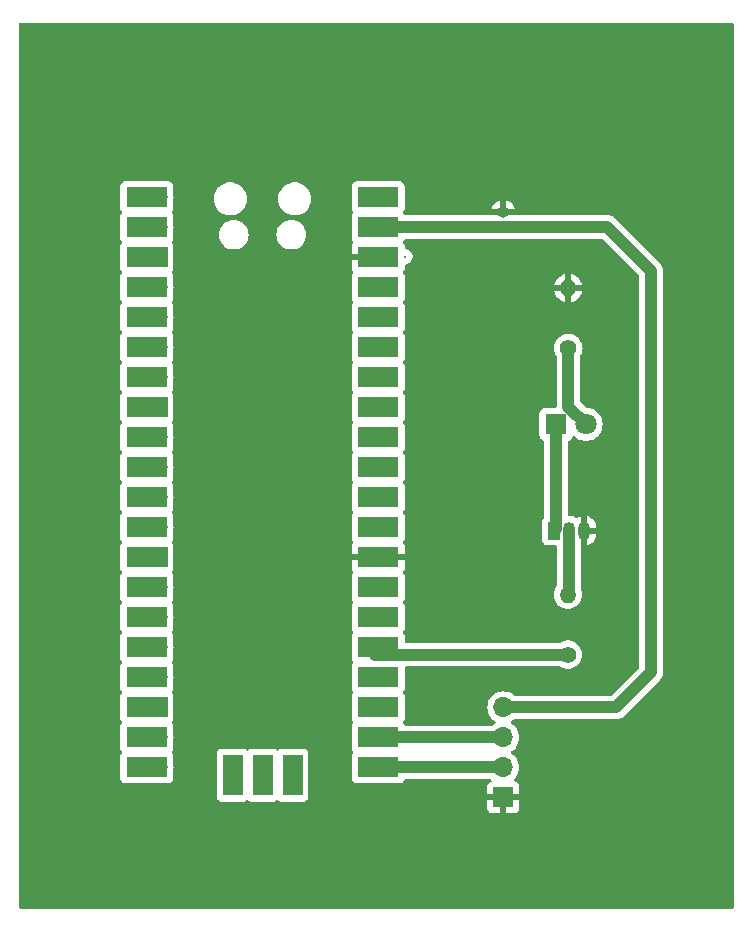
<source format=gbr>
%TF.GenerationSoftware,KiCad,Pcbnew,8.0.0*%
%TF.CreationDate,2024-03-27T17:11:43-03:00*%
%TF.ProjectId,ponderada_semana_8,706f6e64-6572-4616-9461-5f73656d616e,rev?*%
%TF.SameCoordinates,Original*%
%TF.FileFunction,Copper,L1,Top*%
%TF.FilePolarity,Positive*%
%FSLAX46Y46*%
G04 Gerber Fmt 4.6, Leading zero omitted, Abs format (unit mm)*
G04 Created by KiCad (PCBNEW 8.0.0) date 2024-03-27 17:11:43*
%MOMM*%
%LPD*%
G01*
G04 APERTURE LIST*
%TA.AperFunction,SMDPad,CuDef*%
%ADD10R,1.700000X3.500000*%
%TD*%
%TA.AperFunction,ComponentPad*%
%ADD11O,1.700000X1.700000*%
%TD*%
%TA.AperFunction,ComponentPad*%
%ADD12R,1.700000X1.700000*%
%TD*%
%TA.AperFunction,SMDPad,CuDef*%
%ADD13R,3.500000X1.700000*%
%TD*%
%TA.AperFunction,ComponentPad*%
%ADD14O,1.400000X1.400000*%
%TD*%
%TA.AperFunction,ComponentPad*%
%ADD15C,1.400000*%
%TD*%
%TA.AperFunction,ComponentPad*%
%ADD16O,1.050000X1.500000*%
%TD*%
%TA.AperFunction,ComponentPad*%
%ADD17R,1.050000X1.500000*%
%TD*%
%TA.AperFunction,ComponentPad*%
%ADD18O,1.000000X1.000000*%
%TD*%
%TA.AperFunction,ComponentPad*%
%ADD19R,1.000000X1.000000*%
%TD*%
%TA.AperFunction,ComponentPad*%
%ADD20R,1.800000X1.800000*%
%TD*%
%TA.AperFunction,ComponentPad*%
%ADD21C,1.800000*%
%TD*%
%TA.AperFunction,Conductor*%
%ADD22C,1.000000*%
%TD*%
%TA.AperFunction,Conductor*%
%ADD23C,0.200000*%
%TD*%
G04 APERTURE END LIST*
D10*
%TO.P,U1,43,SWDIO*%
%TO.N,unconnected-(U1-SWDIO-Pad43)*%
X70150000Y-108210000D03*
D11*
X70150000Y-107310000D03*
D10*
%TO.P,U1,42,GND*%
%TO.N,unconnected-(U1-GND-Pad42)*%
X67610000Y-108210000D03*
D12*
X67610000Y-107310000D03*
D10*
%TO.P,U1,41,SWCLK*%
%TO.N,unconnected-(U1-SWCLK-Pad41)*%
X65070000Y-108210000D03*
D11*
X65070000Y-107310000D03*
D13*
%TO.P,U1,40,VBUS*%
%TO.N,unconnected-(U1-VBUS-Pad40)*%
X77400000Y-59280000D03*
D11*
X76500000Y-59280000D03*
D13*
%TO.P,U1,39,VSYS*%
%TO.N,VCC*%
X77400000Y-61820000D03*
D11*
X76500000Y-61820000D03*
D13*
%TO.P,U1,38,GND*%
%TO.N,GND*%
X77400000Y-64360000D03*
D12*
X76500000Y-64360000D03*
D13*
%TO.P,U1,37,3V3_EN*%
%TO.N,unconnected-(U1-3V3_EN-Pad37)*%
X77400000Y-66900000D03*
D11*
X76500000Y-66900000D03*
D13*
%TO.P,U1,36,3V3*%
%TO.N,unconnected-(U1-3V3-Pad36)*%
X77400000Y-69440000D03*
D11*
X76500000Y-69440000D03*
D13*
%TO.P,U1,35,ADC_VREF*%
%TO.N,unconnected-(U1-ADC_VREF-Pad35)*%
X77400000Y-71980000D03*
D11*
X76500000Y-71980000D03*
D13*
%TO.P,U1,34,GPIO28_ADC2*%
%TO.N,unconnected-(U1-GPIO28_ADC2-Pad34)*%
X77400000Y-74520000D03*
D11*
X76500000Y-74520000D03*
D13*
%TO.P,U1,33,AGND*%
%TO.N,unconnected-(U1-AGND-Pad33)*%
X77400000Y-77060000D03*
D12*
X76500000Y-77060000D03*
D13*
%TO.P,U1,32,GPIO27_ADC1*%
%TO.N,unconnected-(U1-GPIO27_ADC1-Pad32)*%
X77400000Y-79600000D03*
D11*
X76500000Y-79600000D03*
D13*
%TO.P,U1,31,GPIO26_ADC0*%
%TO.N,unconnected-(U1-GPIO26_ADC0-Pad31)*%
X77400000Y-82140000D03*
D11*
X76500000Y-82140000D03*
D13*
%TO.P,U1,30,RUN*%
%TO.N,unconnected-(U1-RUN-Pad30)*%
X77400000Y-84680000D03*
D11*
X76500000Y-84680000D03*
D13*
%TO.P,U1,29,GPIO22*%
%TO.N,unconnected-(U1-GPIO22-Pad29)*%
X77400000Y-87220000D03*
D11*
X76500000Y-87220000D03*
D13*
%TO.P,U1,28,GND*%
%TO.N,GND*%
X77400000Y-89760000D03*
D12*
X76500000Y-89760000D03*
D13*
%TO.P,U1,27,GPIO21*%
%TO.N,unconnected-(U1-GPIO21-Pad27)*%
X77400000Y-92300000D03*
D11*
X76500000Y-92300000D03*
D13*
%TO.P,U1,26,GPIO20*%
%TO.N,unconnected-(U1-GPIO20-Pad26)*%
X77400000Y-94840000D03*
D11*
X76500000Y-94840000D03*
D13*
%TO.P,U1,25,GPIO19*%
%TO.N,Sinal*%
X77400000Y-97380000D03*
D11*
X76500000Y-97380000D03*
D13*
%TO.P,U1,24,GPIO18*%
%TO.N,unconnected-(U1-GPIO18-Pad24)*%
X77400000Y-99920000D03*
D11*
X76500000Y-99920000D03*
D13*
%TO.P,U1,23,GND*%
%TO.N,unconnected-(U1-GND-Pad23)*%
X77400000Y-102460000D03*
D12*
X76500000Y-102460000D03*
D13*
%TO.P,U1,22,GPIO17*%
%TO.N,Dados_1*%
X77400000Y-105000000D03*
D11*
X76500000Y-105000000D03*
D13*
%TO.P,U1,21,GPIO16*%
%TO.N,Dados_2*%
X77400000Y-107540000D03*
D11*
X76500000Y-107540000D03*
D13*
%TO.P,U1,20,GPIO15*%
%TO.N,unconnected-(U1-GPIO15-Pad20)*%
X57820000Y-107540000D03*
D11*
X58720000Y-107540000D03*
D13*
%TO.P,U1,19,GPIO14*%
%TO.N,unconnected-(U1-GPIO14-Pad19)*%
X57820000Y-105000000D03*
D11*
X58720000Y-105000000D03*
D13*
%TO.P,U1,18,GND*%
%TO.N,unconnected-(U1-GND-Pad18)*%
X57820000Y-102460000D03*
D12*
X58720000Y-102460000D03*
D13*
%TO.P,U1,17,GPIO13*%
%TO.N,unconnected-(U1-GPIO13-Pad17)*%
X57820000Y-99920000D03*
D11*
X58720000Y-99920000D03*
D13*
%TO.P,U1,16,GPIO12*%
%TO.N,unconnected-(U1-GPIO12-Pad16)*%
X57820000Y-97380000D03*
D11*
X58720000Y-97380000D03*
D13*
%TO.P,U1,15,GPIO11*%
%TO.N,unconnected-(U1-GPIO11-Pad15)*%
X57820000Y-94840000D03*
D11*
X58720000Y-94840000D03*
D13*
%TO.P,U1,14,GPIO10*%
%TO.N,unconnected-(U1-GPIO10-Pad14)*%
X57820000Y-92300000D03*
D11*
X58720000Y-92300000D03*
D13*
%TO.P,U1,13,GND*%
%TO.N,unconnected-(U1-GND-Pad13)*%
X57820000Y-89760000D03*
D12*
X58720000Y-89760000D03*
D13*
%TO.P,U1,12,GPIO9*%
%TO.N,unconnected-(U1-GPIO9-Pad12)*%
X57820000Y-87220000D03*
D11*
X58720000Y-87220000D03*
D13*
%TO.P,U1,11,GPIO8*%
%TO.N,unconnected-(U1-GPIO8-Pad11)*%
X57820000Y-84680000D03*
D11*
X58720000Y-84680000D03*
D13*
%TO.P,U1,10,GPIO7*%
%TO.N,unconnected-(U1-GPIO7-Pad10)*%
X57820000Y-82140000D03*
D11*
X58720000Y-82140000D03*
D13*
%TO.P,U1,9,GPIO6*%
%TO.N,unconnected-(U1-GPIO6-Pad9)*%
X57820000Y-79600000D03*
D11*
X58720000Y-79600000D03*
D13*
%TO.P,U1,8,GND*%
%TO.N,unconnected-(U1-GND-Pad8)*%
X57820000Y-77060000D03*
D12*
X58720000Y-77060000D03*
D13*
%TO.P,U1,7,GPIO5*%
%TO.N,unconnected-(U1-GPIO5-Pad7)*%
X57820000Y-74520000D03*
D11*
X58720000Y-74520000D03*
D13*
%TO.P,U1,6,GPIO4*%
%TO.N,unconnected-(U1-GPIO4-Pad6)*%
X57820000Y-71980000D03*
D11*
X58720000Y-71980000D03*
D13*
%TO.P,U1,5,GPIO3*%
%TO.N,unconnected-(U1-GPIO3-Pad5)*%
X57820000Y-69440000D03*
D11*
X58720000Y-69440000D03*
D13*
%TO.P,U1,4,GPIO2*%
%TO.N,unconnected-(U1-GPIO2-Pad4)*%
X57820000Y-66900000D03*
D11*
X58720000Y-66900000D03*
D13*
%TO.P,U1,3,GND*%
%TO.N,unconnected-(U1-GND-Pad3)*%
X57820000Y-64360000D03*
D12*
X58720000Y-64360000D03*
D13*
%TO.P,U1,2,GPIO1*%
%TO.N,unconnected-(U1-GPIO1-Pad2)*%
X57820000Y-61820000D03*
D11*
X58720000Y-61820000D03*
D13*
%TO.P,U1,1,GPIO0*%
%TO.N,unconnected-(U1-GPIO0-Pad1)*%
X57820000Y-59280000D03*
D11*
X58720000Y-59280000D03*
%TD*%
D14*
%TO.P,R2,2*%
%TO.N,GND*%
X93500000Y-66960000D03*
D15*
%TO.P,R2,1*%
%TO.N,Net-(D1-A)*%
X93500000Y-72040000D03*
%TD*%
%TO.P,R1,1*%
%TO.N,Sinal*%
X93460000Y-98000000D03*
D14*
%TO.P,R1,2*%
%TO.N,Net-(Q1-B)*%
X93460000Y-92920000D03*
%TD*%
D16*
%TO.P,Q1,3,E*%
%TO.N,GND*%
X94840000Y-87500000D03*
%TO.P,Q1,2,B*%
%TO.N,Net-(Q1-B)*%
X93570000Y-87500000D03*
D17*
%TO.P,Q1,1,C*%
%TO.N,Net-(D1-K)*%
X92300000Y-87500000D03*
%TD*%
D18*
%TO.P,Pinos1,2,Pin_2*%
%TO.N,GND*%
X88000000Y-60500000D03*
D19*
%TO.P,Pinos1,1,Pin_1*%
%TO.N,VCC*%
X88000000Y-61770000D03*
%TD*%
D12*
%TO.P,J1,1,Pin_1*%
%TO.N,GND*%
X88000000Y-110080000D03*
D11*
%TO.P,J1,2,Pin_2*%
%TO.N,Dados_2*%
X88000000Y-107540000D03*
%TO.P,J1,3,Pin_3*%
%TO.N,Dados_1*%
X88000000Y-105000000D03*
%TO.P,J1,4,Pin_4*%
%TO.N,VCC*%
X88000000Y-102460000D03*
%TD*%
D20*
%TO.P,D1,1,K*%
%TO.N,Net-(D1-K)*%
X92460000Y-78500000D03*
D21*
%TO.P,D1,2,A*%
%TO.N,Net-(D1-A)*%
X95000000Y-78500000D03*
%TD*%
D22*
%TO.N,VCC*%
X100500000Y-99500000D02*
X97540000Y-102460000D01*
X100500000Y-65500000D02*
X100500000Y-99500000D01*
X97540000Y-102460000D02*
X88000000Y-102460000D01*
X88000000Y-61770000D02*
X96770000Y-61770000D01*
X96770000Y-61770000D02*
X100500000Y-65500000D01*
D23*
%TO.N,Sinal*%
X77120000Y-98000000D02*
X76500000Y-97380000D01*
D22*
X93460000Y-98000000D02*
X77120000Y-98000000D01*
D23*
%TO.N,Net-(Q1-B)*%
X93570000Y-92810000D02*
X93460000Y-92920000D01*
D22*
X93570000Y-87500000D02*
X93570000Y-92810000D01*
%TO.N,Net-(D1-K)*%
X92460000Y-78500000D02*
X92460000Y-87340000D01*
D23*
X92460000Y-87340000D02*
X92300000Y-87500000D01*
D22*
%TO.N,Net-(D1-A)*%
X93500000Y-77000000D02*
X95000000Y-78500000D01*
X93500000Y-72040000D02*
X93500000Y-77000000D01*
%TO.N,VCC*%
X76550000Y-61770000D02*
X88000000Y-61770000D01*
D23*
X76500000Y-61820000D02*
X76550000Y-61770000D01*
D22*
%TO.N,Dados_1*%
X76500000Y-105000000D02*
X88000000Y-105000000D01*
%TO.N,Dados_2*%
X76500000Y-107540000D02*
X88000000Y-107540000D01*
D23*
%TO.N,*%
X79640000Y-64360000D02*
X79730000Y-64270000D01*
%TD*%
%TA.AperFunction,Conductor*%
%TO.N,GND*%
G36*
X96371257Y-62790185D02*
G01*
X96391899Y-62806819D01*
X99463181Y-65878101D01*
X99496666Y-65939424D01*
X99499500Y-65965782D01*
X99499500Y-99034218D01*
X99479815Y-99101257D01*
X99463181Y-99121899D01*
X97161899Y-101423181D01*
X97100576Y-101456666D01*
X97074218Y-101459500D01*
X88960758Y-101459500D01*
X88893719Y-101439815D01*
X88873077Y-101423181D01*
X88871402Y-101421506D01*
X88871395Y-101421501D01*
X88677834Y-101285967D01*
X88677830Y-101285965D01*
X88631393Y-101264311D01*
X88463663Y-101186097D01*
X88463659Y-101186096D01*
X88463655Y-101186094D01*
X88235413Y-101124938D01*
X88235403Y-101124936D01*
X88000001Y-101104341D01*
X87999999Y-101104341D01*
X87764596Y-101124936D01*
X87764586Y-101124938D01*
X87536344Y-101186094D01*
X87536335Y-101186098D01*
X87322171Y-101285964D01*
X87322169Y-101285965D01*
X87128597Y-101421505D01*
X86961505Y-101588597D01*
X86825965Y-101782169D01*
X86825964Y-101782171D01*
X86726098Y-101996335D01*
X86726094Y-101996344D01*
X86664938Y-102224586D01*
X86664936Y-102224596D01*
X86644341Y-102459999D01*
X86644341Y-102460000D01*
X86664936Y-102695403D01*
X86664938Y-102695413D01*
X86726094Y-102923655D01*
X86726096Y-102923659D01*
X86726097Y-102923663D01*
X86807288Y-103097778D01*
X86825965Y-103137830D01*
X86825967Y-103137834D01*
X86961501Y-103331395D01*
X86961506Y-103331402D01*
X87128597Y-103498493D01*
X87128603Y-103498498D01*
X87314158Y-103628425D01*
X87357783Y-103683002D01*
X87364977Y-103752500D01*
X87333454Y-103814855D01*
X87314158Y-103831575D01*
X87128597Y-103961505D01*
X87126922Y-103963181D01*
X87126000Y-103963684D01*
X87124449Y-103964986D01*
X87124187Y-103964674D01*
X87065599Y-103996666D01*
X87039241Y-103999500D01*
X79714141Y-103999500D01*
X79647102Y-103979815D01*
X79601347Y-103927011D01*
X79597969Y-103918859D01*
X79593796Y-103907669D01*
X79516421Y-103804309D01*
X79492004Y-103738848D01*
X79506855Y-103670575D01*
X79516416Y-103655696D01*
X79593796Y-103552331D01*
X79644091Y-103417483D01*
X79650500Y-103357873D01*
X79650499Y-101562128D01*
X79644091Y-101502517D01*
X79593796Y-101367669D01*
X79516421Y-101264309D01*
X79492004Y-101198848D01*
X79506855Y-101130575D01*
X79516416Y-101115696D01*
X79593796Y-101012331D01*
X79644091Y-100877483D01*
X79650500Y-100817873D01*
X79650499Y-99124499D01*
X79670184Y-99057461D01*
X79722987Y-99011706D01*
X79774499Y-99000500D01*
X92760137Y-99000500D01*
X92825414Y-99019073D01*
X92922595Y-99079245D01*
X92922596Y-99079245D01*
X92922599Y-99079247D01*
X93130060Y-99159618D01*
X93348757Y-99200500D01*
X93348759Y-99200500D01*
X93571241Y-99200500D01*
X93571243Y-99200500D01*
X93789940Y-99159618D01*
X93997401Y-99079247D01*
X94186562Y-98962124D01*
X94350981Y-98812236D01*
X94485058Y-98634689D01*
X94584229Y-98435528D01*
X94645115Y-98221536D01*
X94665643Y-98000000D01*
X94645115Y-97778464D01*
X94584229Y-97564472D01*
X94584224Y-97564461D01*
X94485061Y-97365316D01*
X94485056Y-97365308D01*
X94350979Y-97187761D01*
X94186562Y-97037876D01*
X94186560Y-97037874D01*
X93997404Y-96920754D01*
X93997398Y-96920752D01*
X93789940Y-96840382D01*
X93571243Y-96799500D01*
X93348757Y-96799500D01*
X93130060Y-96840382D01*
X92998864Y-96891207D01*
X92922601Y-96920752D01*
X92922595Y-96920754D01*
X92825414Y-96980927D01*
X92760137Y-96999500D01*
X79774499Y-96999500D01*
X79707460Y-96979815D01*
X79661705Y-96927011D01*
X79650499Y-96875500D01*
X79650499Y-96482129D01*
X79650498Y-96482123D01*
X79650497Y-96482116D01*
X79644091Y-96422517D01*
X79593796Y-96287669D01*
X79516421Y-96184309D01*
X79492004Y-96118848D01*
X79506855Y-96050575D01*
X79516416Y-96035696D01*
X79593796Y-95932331D01*
X79644091Y-95797483D01*
X79650500Y-95737873D01*
X79650499Y-93942128D01*
X79644091Y-93882517D01*
X79643944Y-93882124D01*
X79593797Y-93747671D01*
X79593795Y-93747668D01*
X79582243Y-93732236D01*
X79516421Y-93644309D01*
X79492004Y-93578848D01*
X79506855Y-93510575D01*
X79516416Y-93495696D01*
X79593796Y-93392331D01*
X79644091Y-93257483D01*
X79650500Y-93197873D01*
X79650499Y-91402128D01*
X79644091Y-91342517D01*
X79593796Y-91207669D01*
X79516109Y-91103893D01*
X79491692Y-91038430D01*
X79506543Y-90970157D01*
X79516110Y-90955271D01*
X79593352Y-90852089D01*
X79593354Y-90852086D01*
X79643596Y-90717379D01*
X79643598Y-90717372D01*
X79649999Y-90657844D01*
X79650000Y-90657827D01*
X79650000Y-90010000D01*
X76944560Y-90010000D01*
X76975245Y-89956853D01*
X77010000Y-89827143D01*
X77010000Y-89692857D01*
X76975245Y-89563147D01*
X76944560Y-89510000D01*
X79650000Y-89510000D01*
X79650000Y-88862172D01*
X79649999Y-88862155D01*
X79643598Y-88802627D01*
X79643596Y-88802620D01*
X79593354Y-88667913D01*
X79593352Y-88667910D01*
X79516110Y-88564729D01*
X79491692Y-88499265D01*
X79506543Y-88430992D01*
X79516105Y-88416111D01*
X79593796Y-88312331D01*
X79644091Y-88177483D01*
X79650500Y-88117873D01*
X79650499Y-86322128D01*
X79644091Y-86262517D01*
X79639866Y-86251190D01*
X79593797Y-86127671D01*
X79593795Y-86127668D01*
X79592172Y-86125500D01*
X79516421Y-86024309D01*
X79492004Y-85958848D01*
X79506855Y-85890575D01*
X79516416Y-85875696D01*
X79593796Y-85772331D01*
X79644091Y-85637483D01*
X79650500Y-85577873D01*
X79650499Y-83782128D01*
X79644091Y-83722517D01*
X79593796Y-83587669D01*
X79516421Y-83484309D01*
X79492004Y-83418848D01*
X79506855Y-83350575D01*
X79516416Y-83335696D01*
X79593796Y-83232331D01*
X79644091Y-83097483D01*
X79650500Y-83037873D01*
X79650499Y-81242128D01*
X79644091Y-81182517D01*
X79593796Y-81047669D01*
X79516421Y-80944309D01*
X79492004Y-80878848D01*
X79506855Y-80810575D01*
X79516416Y-80795696D01*
X79593796Y-80692331D01*
X79644091Y-80557483D01*
X79650500Y-80497873D01*
X79650499Y-79447870D01*
X91059500Y-79447870D01*
X91059501Y-79447876D01*
X91065908Y-79507483D01*
X91116202Y-79642328D01*
X91116206Y-79642335D01*
X91202452Y-79757544D01*
X91202455Y-79757547D01*
X91317664Y-79843793D01*
X91317669Y-79843796D01*
X91378833Y-79866608D01*
X91434766Y-79908478D01*
X91459184Y-79973942D01*
X91459500Y-79982790D01*
X91459500Y-86299045D01*
X91439815Y-86366084D01*
X91423185Y-86386723D01*
X91417451Y-86392457D01*
X91331206Y-86507664D01*
X91331202Y-86507671D01*
X91280908Y-86642517D01*
X91274501Y-86702116D01*
X91274500Y-86702135D01*
X91274500Y-88297870D01*
X91274501Y-88297876D01*
X91280908Y-88357483D01*
X91331202Y-88492328D01*
X91331206Y-88492335D01*
X91417452Y-88607544D01*
X91417455Y-88607547D01*
X91532664Y-88693793D01*
X91532671Y-88693797D01*
X91667517Y-88744091D01*
X91667516Y-88744091D01*
X91674444Y-88744835D01*
X91727127Y-88750500D01*
X92445500Y-88750499D01*
X92512539Y-88770183D01*
X92558294Y-88822987D01*
X92569500Y-88874499D01*
X92569500Y-92065566D01*
X92549815Y-92132605D01*
X92544454Y-92140293D01*
X92434943Y-92285308D01*
X92434938Y-92285316D01*
X92335775Y-92484461D01*
X92335769Y-92484476D01*
X92274885Y-92698462D01*
X92274884Y-92698464D01*
X92254357Y-92919999D01*
X92254357Y-92920000D01*
X92274884Y-93141535D01*
X92274885Y-93141537D01*
X92335769Y-93355523D01*
X92335775Y-93355538D01*
X92434938Y-93554683D01*
X92434943Y-93554691D01*
X92569020Y-93732238D01*
X92733437Y-93882123D01*
X92733439Y-93882125D01*
X92922595Y-93999245D01*
X92922596Y-93999245D01*
X92922599Y-93999247D01*
X93130060Y-94079618D01*
X93348757Y-94120500D01*
X93348759Y-94120500D01*
X93571241Y-94120500D01*
X93571243Y-94120500D01*
X93789940Y-94079618D01*
X93997401Y-93999247D01*
X94186562Y-93882124D01*
X94350981Y-93732236D01*
X94485058Y-93554689D01*
X94584229Y-93355528D01*
X94645115Y-93141536D01*
X94665643Y-92920000D01*
X94645115Y-92698464D01*
X94636345Y-92667642D01*
X94584233Y-92484483D01*
X94584226Y-92484465D01*
X94583497Y-92483001D01*
X94583247Y-92481938D01*
X94582159Y-92479130D01*
X94582550Y-92478978D01*
X94570500Y-92427735D01*
X94570500Y-88795004D01*
X94590000Y-88728595D01*
X94590000Y-87865865D01*
X94592383Y-87841671D01*
X94595500Y-87826002D01*
X94595500Y-87785830D01*
X94609745Y-87800075D01*
X94695255Y-87849444D01*
X94790630Y-87875000D01*
X94889370Y-87875000D01*
X94984745Y-87849444D01*
X95070255Y-87800075D01*
X95090000Y-87780330D01*
X95090000Y-88720352D01*
X95138974Y-88710612D01*
X95138983Y-88710609D01*
X95325513Y-88633347D01*
X95325526Y-88633340D01*
X95493399Y-88521170D01*
X95493403Y-88521167D01*
X95636167Y-88378403D01*
X95636170Y-88378399D01*
X95748340Y-88210526D01*
X95748347Y-88210513D01*
X95825609Y-88023983D01*
X95825612Y-88023974D01*
X95864999Y-87825958D01*
X95865000Y-87825955D01*
X95865000Y-87750000D01*
X95120330Y-87750000D01*
X95140075Y-87730255D01*
X95189444Y-87644745D01*
X95215000Y-87549370D01*
X95215000Y-87450630D01*
X95189444Y-87355255D01*
X95140075Y-87269745D01*
X95120330Y-87250000D01*
X95865000Y-87250000D01*
X95865000Y-87174045D01*
X95864999Y-87174041D01*
X95825612Y-86976025D01*
X95825609Y-86976016D01*
X95748347Y-86789486D01*
X95748340Y-86789473D01*
X95636170Y-86621600D01*
X95636167Y-86621596D01*
X95493403Y-86478832D01*
X95493399Y-86478829D01*
X95325526Y-86366659D01*
X95325513Y-86366652D01*
X95138984Y-86289390D01*
X95138977Y-86289388D01*
X95090000Y-86279645D01*
X95090000Y-87219670D01*
X95070255Y-87199925D01*
X94984745Y-87150556D01*
X94889370Y-87125000D01*
X94790630Y-87125000D01*
X94695255Y-87150556D01*
X94609745Y-87199925D01*
X94595500Y-87214170D01*
X94595500Y-87173996D01*
X94595499Y-87173995D01*
X94592383Y-87158326D01*
X94590000Y-87134134D01*
X94590000Y-86279646D01*
X94589999Y-86279645D01*
X94541022Y-86289388D01*
X94541015Y-86289390D01*
X94354481Y-86366654D01*
X94354479Y-86366655D01*
X94274337Y-86420204D01*
X94207660Y-86441081D01*
X94140280Y-86422596D01*
X94136558Y-86420204D01*
X94055754Y-86366212D01*
X93869127Y-86288909D01*
X93869119Y-86288907D01*
X93671007Y-86249500D01*
X93671003Y-86249500D01*
X93584500Y-86249500D01*
X93517461Y-86229815D01*
X93471706Y-86177011D01*
X93460500Y-86125500D01*
X93460500Y-79982790D01*
X93480185Y-79915751D01*
X93532989Y-79869996D01*
X93541146Y-79866616D01*
X93602331Y-79843796D01*
X93717546Y-79757546D01*
X93803796Y-79642331D01*
X93819584Y-79600002D01*
X93832455Y-79565493D01*
X93874326Y-79509559D01*
X93939790Y-79485141D01*
X94008063Y-79499992D01*
X94039866Y-79524843D01*
X94047302Y-79532920D01*
X94048215Y-79533912D01*
X94048222Y-79533918D01*
X94231365Y-79676464D01*
X94231371Y-79676468D01*
X94231374Y-79676470D01*
X94435497Y-79786936D01*
X94549487Y-79826068D01*
X94655015Y-79862297D01*
X94655017Y-79862297D01*
X94655019Y-79862298D01*
X94883951Y-79900500D01*
X94883952Y-79900500D01*
X95116048Y-79900500D01*
X95116049Y-79900500D01*
X95344981Y-79862298D01*
X95564503Y-79786936D01*
X95768626Y-79676470D01*
X95784156Y-79664383D01*
X95866879Y-79599997D01*
X95951784Y-79533913D01*
X96108979Y-79363153D01*
X96235924Y-79168849D01*
X96329157Y-78956300D01*
X96386134Y-78731305D01*
X96393491Y-78642516D01*
X96405300Y-78500006D01*
X96405300Y-78499993D01*
X96386135Y-78268702D01*
X96386133Y-78268691D01*
X96329157Y-78043699D01*
X96235924Y-77831151D01*
X96108983Y-77636852D01*
X96108980Y-77636849D01*
X96108979Y-77636847D01*
X95951784Y-77466087D01*
X95951779Y-77466083D01*
X95951777Y-77466081D01*
X95768634Y-77323535D01*
X95768628Y-77323531D01*
X95564504Y-77213064D01*
X95564495Y-77213061D01*
X95344984Y-77137702D01*
X95154450Y-77105908D01*
X95116049Y-77099500D01*
X95116048Y-77099500D01*
X95065783Y-77099500D01*
X94998744Y-77079815D01*
X94978102Y-77063181D01*
X94536819Y-76621898D01*
X94503334Y-76560575D01*
X94500500Y-76534217D01*
X94500500Y-72748769D01*
X94520185Y-72681730D01*
X94524761Y-72675167D01*
X94525053Y-72674694D01*
X94525058Y-72674689D01*
X94624229Y-72475528D01*
X94685115Y-72261536D01*
X94705643Y-72040000D01*
X94700083Y-71980002D01*
X94685115Y-71818464D01*
X94685114Y-71818462D01*
X94624230Y-71604476D01*
X94624229Y-71604472D01*
X94624224Y-71604461D01*
X94525061Y-71405316D01*
X94525056Y-71405308D01*
X94390979Y-71227761D01*
X94226562Y-71077876D01*
X94226560Y-71077874D01*
X94037404Y-70960754D01*
X94037398Y-70960752D01*
X93829940Y-70880382D01*
X93611243Y-70839500D01*
X93388757Y-70839500D01*
X93170060Y-70880382D01*
X93038864Y-70931207D01*
X92962601Y-70960752D01*
X92962595Y-70960754D01*
X92773439Y-71077874D01*
X92773437Y-71077876D01*
X92609020Y-71227761D01*
X92474943Y-71405308D01*
X92474938Y-71405316D01*
X92375775Y-71604461D01*
X92375769Y-71604476D01*
X92314885Y-71818462D01*
X92314884Y-71818464D01*
X92294357Y-72039999D01*
X92294357Y-72040000D01*
X92314884Y-72261535D01*
X92314885Y-72261537D01*
X92375769Y-72475523D01*
X92375775Y-72475538D01*
X92474938Y-72674683D01*
X92477959Y-72679561D01*
X92476805Y-72680275D01*
X92499145Y-72739389D01*
X92499500Y-72748769D01*
X92499500Y-76975500D01*
X92479815Y-77042539D01*
X92427011Y-77088294D01*
X92375500Y-77099500D01*
X91512129Y-77099500D01*
X91512123Y-77099501D01*
X91452516Y-77105908D01*
X91317671Y-77156202D01*
X91317664Y-77156206D01*
X91202455Y-77242452D01*
X91202452Y-77242455D01*
X91116206Y-77357664D01*
X91116202Y-77357671D01*
X91065908Y-77492517D01*
X91059501Y-77552116D01*
X91059500Y-77552135D01*
X91059500Y-79447870D01*
X79650499Y-79447870D01*
X79650499Y-78702128D01*
X79644091Y-78642517D01*
X79593796Y-78507669D01*
X79516421Y-78404309D01*
X79492004Y-78338848D01*
X79506855Y-78270575D01*
X79516416Y-78255696D01*
X79593796Y-78152331D01*
X79644091Y-78017483D01*
X79650500Y-77957873D01*
X79650499Y-76162128D01*
X79644091Y-76102517D01*
X79593796Y-75967669D01*
X79516421Y-75864309D01*
X79492004Y-75798848D01*
X79506855Y-75730575D01*
X79516416Y-75715696D01*
X79593796Y-75612331D01*
X79644091Y-75477483D01*
X79650500Y-75417873D01*
X79650499Y-73622128D01*
X79644091Y-73562517D01*
X79593796Y-73427669D01*
X79516421Y-73324309D01*
X79492004Y-73258848D01*
X79506855Y-73190575D01*
X79516416Y-73175696D01*
X79593796Y-73072331D01*
X79644091Y-72937483D01*
X79650500Y-72877873D01*
X79650499Y-71082128D01*
X79644091Y-71022517D01*
X79593796Y-70887669D01*
X79516421Y-70784309D01*
X79492004Y-70718848D01*
X79506855Y-70650575D01*
X79516416Y-70635696D01*
X79593796Y-70532331D01*
X79644091Y-70397483D01*
X79650500Y-70337873D01*
X79650499Y-68542128D01*
X79644091Y-68482517D01*
X79593796Y-68347669D01*
X79516421Y-68244309D01*
X79492004Y-68178848D01*
X79506855Y-68110575D01*
X79516416Y-68095696D01*
X79593796Y-67992331D01*
X79644091Y-67857483D01*
X79650500Y-67797873D01*
X79650499Y-67210000D01*
X92323505Y-67210000D01*
X92376239Y-67395349D01*
X92475368Y-67594425D01*
X92609391Y-67771900D01*
X92773738Y-67921721D01*
X92962820Y-68038797D01*
X92962822Y-68038798D01*
X93170195Y-68119135D01*
X93250000Y-68134052D01*
X93250000Y-67210000D01*
X92323505Y-67210000D01*
X79650499Y-67210000D01*
X79650499Y-67006078D01*
X93150000Y-67006078D01*
X93173852Y-67095095D01*
X93219930Y-67174905D01*
X93285095Y-67240070D01*
X93364905Y-67286148D01*
X93453922Y-67310000D01*
X93546078Y-67310000D01*
X93635095Y-67286148D01*
X93714905Y-67240070D01*
X93744975Y-67210000D01*
X93750000Y-67210000D01*
X93750000Y-68134052D01*
X93829804Y-68119135D01*
X94037177Y-68038798D01*
X94037179Y-68038797D01*
X94226261Y-67921721D01*
X94390608Y-67771900D01*
X94524631Y-67594425D01*
X94623760Y-67395349D01*
X94676495Y-67210000D01*
X93750000Y-67210000D01*
X93744975Y-67210000D01*
X93780070Y-67174905D01*
X93826148Y-67095095D01*
X93850000Y-67006078D01*
X93850000Y-66913922D01*
X93826148Y-66824905D01*
X93780070Y-66745095D01*
X93714905Y-66679930D01*
X93635095Y-66633852D01*
X93546078Y-66610000D01*
X93453922Y-66610000D01*
X93364905Y-66633852D01*
X93285095Y-66679930D01*
X93219930Y-66745095D01*
X93173852Y-66824905D01*
X93150000Y-66913922D01*
X93150000Y-67006078D01*
X79650499Y-67006078D01*
X79650499Y-66710000D01*
X92323505Y-66710000D01*
X93250000Y-66710000D01*
X93250000Y-65785946D01*
X93750000Y-65785946D01*
X93750000Y-66710000D01*
X94676495Y-66710000D01*
X94623760Y-66524650D01*
X94524631Y-66325574D01*
X94390608Y-66148099D01*
X94226261Y-65998278D01*
X94037179Y-65881202D01*
X94037177Y-65881201D01*
X93829799Y-65800864D01*
X93750000Y-65785946D01*
X93250000Y-65785946D01*
X93170200Y-65800864D01*
X92962822Y-65881201D01*
X92962820Y-65881202D01*
X92773738Y-65998278D01*
X92609391Y-66148099D01*
X92475368Y-66325574D01*
X92376239Y-66524650D01*
X92323505Y-66710000D01*
X79650499Y-66710000D01*
X79650499Y-66002128D01*
X79644091Y-65942517D01*
X79642937Y-65939424D01*
X79593797Y-65807671D01*
X79593795Y-65807668D01*
X79516109Y-65703893D01*
X79491692Y-65638430D01*
X79506543Y-65570157D01*
X79516110Y-65555271D01*
X79593352Y-65452089D01*
X79593354Y-65452086D01*
X79643596Y-65317379D01*
X79643598Y-65317372D01*
X79649999Y-65257844D01*
X79650000Y-65257827D01*
X79650000Y-65074152D01*
X79669685Y-65007113D01*
X79722489Y-64961358D01*
X79741893Y-64954381D01*
X79871785Y-64919577D01*
X80008716Y-64840519D01*
X80210519Y-64638716D01*
X80289577Y-64501785D01*
X80330500Y-64349058D01*
X80330500Y-64190943D01*
X80289577Y-64038216D01*
X80210519Y-63901284D01*
X80098716Y-63789481D01*
X80098714Y-63789480D01*
X80098712Y-63789478D01*
X79961786Y-63710424D01*
X79961785Y-63710423D01*
X79961784Y-63710423D01*
X79809057Y-63669500D01*
X79774000Y-63669500D01*
X79706961Y-63649815D01*
X79661206Y-63597011D01*
X79650000Y-63545500D01*
X79650000Y-63462172D01*
X79649999Y-63462155D01*
X79643598Y-63402627D01*
X79643596Y-63402620D01*
X79593354Y-63267913D01*
X79593352Y-63267910D01*
X79516110Y-63164729D01*
X79491692Y-63099265D01*
X79506543Y-63030992D01*
X79516105Y-63016111D01*
X79593796Y-62912331D01*
X79609834Y-62869331D01*
X79616609Y-62851167D01*
X79658480Y-62795233D01*
X79723944Y-62770816D01*
X79732791Y-62770500D01*
X87452127Y-62770500D01*
X87901459Y-62770500D01*
X96304218Y-62770500D01*
X96371257Y-62790185D01*
G37*
%TD.AperFunction*%
%TA.AperFunction,Conductor*%
G36*
X77593039Y-64129685D02*
G01*
X77638794Y-64182489D01*
X77650000Y-64234000D01*
X77650000Y-64486000D01*
X77630315Y-64553039D01*
X77577511Y-64598794D01*
X77526000Y-64610000D01*
X76944560Y-64610000D01*
X76975245Y-64556853D01*
X77010000Y-64427143D01*
X77010000Y-64292857D01*
X76975245Y-64163147D01*
X76944560Y-64110000D01*
X77526000Y-64110000D01*
X77593039Y-64129685D01*
G37*
%TD.AperFunction*%
%TA.AperFunction,Conductor*%
G36*
X107442539Y-44520185D02*
G01*
X107488294Y-44572989D01*
X107499500Y-44624500D01*
X107499500Y-119375500D01*
X107479815Y-119442539D01*
X107427011Y-119488294D01*
X107375500Y-119499500D01*
X47124500Y-119499500D01*
X47057461Y-119479815D01*
X47011706Y-119427011D01*
X47000500Y-119375500D01*
X47000500Y-108437870D01*
X55569500Y-108437870D01*
X55569501Y-108437876D01*
X55575908Y-108497483D01*
X55626202Y-108632328D01*
X55626206Y-108632335D01*
X55712452Y-108747544D01*
X55712455Y-108747547D01*
X55827664Y-108833793D01*
X55827671Y-108833797D01*
X55962517Y-108884091D01*
X55962516Y-108884091D01*
X55969444Y-108884835D01*
X56022127Y-108890500D01*
X58655611Y-108890499D01*
X58666419Y-108890971D01*
X58719999Y-108895659D01*
X58720000Y-108895659D01*
X58720001Y-108895659D01*
X58773580Y-108890971D01*
X58784388Y-108890499D01*
X59617871Y-108890499D01*
X59617872Y-108890499D01*
X59677483Y-108884091D01*
X59812331Y-108833796D01*
X59927546Y-108747546D01*
X60013796Y-108632331D01*
X60064091Y-108497483D01*
X60070500Y-108437873D01*
X60070499Y-107604383D01*
X60070971Y-107593576D01*
X60075659Y-107540000D01*
X60075659Y-107539999D01*
X60070971Y-107486421D01*
X60070499Y-107475613D01*
X60070499Y-107310001D01*
X63714341Y-107310001D01*
X63719028Y-107363574D01*
X63719500Y-107374381D01*
X63719500Y-110007870D01*
X63719501Y-110007876D01*
X63725908Y-110067483D01*
X63776202Y-110202328D01*
X63776206Y-110202335D01*
X63862452Y-110317544D01*
X63862455Y-110317547D01*
X63977664Y-110403793D01*
X63977671Y-110403797D01*
X64112517Y-110454091D01*
X64112516Y-110454091D01*
X64119444Y-110454835D01*
X64172127Y-110460500D01*
X65967872Y-110460499D01*
X66027483Y-110454091D01*
X66162331Y-110403796D01*
X66265690Y-110326421D01*
X66331152Y-110302004D01*
X66399425Y-110316855D01*
X66414303Y-110326416D01*
X66495242Y-110387007D01*
X66517668Y-110403795D01*
X66517671Y-110403797D01*
X66652517Y-110454091D01*
X66652516Y-110454091D01*
X66659444Y-110454835D01*
X66712127Y-110460500D01*
X68507872Y-110460499D01*
X68567483Y-110454091D01*
X68702331Y-110403796D01*
X68805690Y-110326421D01*
X68871152Y-110302004D01*
X68939425Y-110316855D01*
X68954303Y-110326416D01*
X69035242Y-110387007D01*
X69057668Y-110403795D01*
X69057671Y-110403797D01*
X69192517Y-110454091D01*
X69192516Y-110454091D01*
X69199444Y-110454835D01*
X69252127Y-110460500D01*
X71047872Y-110460499D01*
X71107483Y-110454091D01*
X71242331Y-110403796D01*
X71357546Y-110317546D01*
X71443796Y-110202331D01*
X71494091Y-110067483D01*
X71500500Y-110007873D01*
X71500499Y-107540002D01*
X75144341Y-107540002D01*
X75149028Y-107593576D01*
X75149500Y-107604383D01*
X75149500Y-108437870D01*
X75149501Y-108437876D01*
X75155908Y-108497483D01*
X75206202Y-108632328D01*
X75206206Y-108632335D01*
X75292452Y-108747544D01*
X75292455Y-108747547D01*
X75407664Y-108833793D01*
X75407671Y-108833797D01*
X75542517Y-108884091D01*
X75542516Y-108884091D01*
X75549444Y-108884835D01*
X75602127Y-108890500D01*
X76435616Y-108890499D01*
X76446425Y-108890971D01*
X76500000Y-108895659D01*
X76553575Y-108890971D01*
X76564384Y-108890499D01*
X79197871Y-108890499D01*
X79197872Y-108890499D01*
X79257483Y-108884091D01*
X79392331Y-108833796D01*
X79507546Y-108747546D01*
X79593796Y-108632331D01*
X79597960Y-108621165D01*
X79639829Y-108565234D01*
X79705293Y-108540816D01*
X79714141Y-108540500D01*
X86880570Y-108540500D01*
X86947609Y-108560185D01*
X86993364Y-108612989D01*
X87003308Y-108682147D01*
X86974283Y-108745703D01*
X86923903Y-108780682D01*
X86907913Y-108786645D01*
X86907906Y-108786649D01*
X86792812Y-108872809D01*
X86792809Y-108872812D01*
X86706649Y-108987906D01*
X86706645Y-108987913D01*
X86656403Y-109122620D01*
X86656401Y-109122627D01*
X86650000Y-109182155D01*
X86650000Y-109830000D01*
X87566988Y-109830000D01*
X87534075Y-109887007D01*
X87500000Y-110014174D01*
X87500000Y-110145826D01*
X87534075Y-110272993D01*
X87566988Y-110330000D01*
X86650000Y-110330000D01*
X86650000Y-110977844D01*
X86656401Y-111037372D01*
X86656403Y-111037379D01*
X86706645Y-111172086D01*
X86706649Y-111172093D01*
X86792809Y-111287187D01*
X86792812Y-111287190D01*
X86907906Y-111373350D01*
X86907913Y-111373354D01*
X87042620Y-111423596D01*
X87042627Y-111423598D01*
X87102155Y-111429999D01*
X87102172Y-111430000D01*
X87750000Y-111430000D01*
X87750000Y-110513012D01*
X87807007Y-110545925D01*
X87934174Y-110580000D01*
X88065826Y-110580000D01*
X88192993Y-110545925D01*
X88250000Y-110513012D01*
X88250000Y-111430000D01*
X88897828Y-111430000D01*
X88897844Y-111429999D01*
X88957372Y-111423598D01*
X88957379Y-111423596D01*
X89092086Y-111373354D01*
X89092093Y-111373350D01*
X89207187Y-111287190D01*
X89207190Y-111287187D01*
X89293350Y-111172093D01*
X89293354Y-111172086D01*
X89343596Y-111037379D01*
X89343598Y-111037372D01*
X89349999Y-110977844D01*
X89350000Y-110977827D01*
X89350000Y-110330000D01*
X88433012Y-110330000D01*
X88465925Y-110272993D01*
X88500000Y-110145826D01*
X88500000Y-110014174D01*
X88465925Y-109887007D01*
X88433012Y-109830000D01*
X89350000Y-109830000D01*
X89350000Y-109182172D01*
X89349999Y-109182155D01*
X89343598Y-109122627D01*
X89343596Y-109122620D01*
X89293354Y-108987913D01*
X89293350Y-108987906D01*
X89207190Y-108872812D01*
X89207187Y-108872809D01*
X89092093Y-108786649D01*
X89092088Y-108786646D01*
X88960528Y-108737577D01*
X88904595Y-108695705D01*
X88880178Y-108630241D01*
X88895030Y-108561968D01*
X88916175Y-108533720D01*
X89038495Y-108411401D01*
X89174035Y-108217830D01*
X89273903Y-108003663D01*
X89335063Y-107775408D01*
X89355659Y-107540000D01*
X89335063Y-107304592D01*
X89273903Y-107076337D01*
X89174035Y-106862171D01*
X89038495Y-106668599D01*
X89038494Y-106668597D01*
X88871402Y-106501506D01*
X88871396Y-106501501D01*
X88685842Y-106371575D01*
X88642217Y-106316998D01*
X88635023Y-106247500D01*
X88666546Y-106185145D01*
X88685842Y-106168425D01*
X88757863Y-106117995D01*
X88871401Y-106038495D01*
X89038495Y-105871401D01*
X89174035Y-105677830D01*
X89273903Y-105463663D01*
X89335063Y-105235408D01*
X89355659Y-105000000D01*
X89335063Y-104764592D01*
X89273903Y-104536337D01*
X89174035Y-104322171D01*
X89038495Y-104128599D01*
X89038494Y-104128597D01*
X88871402Y-103961506D01*
X88871396Y-103961501D01*
X88685842Y-103831575D01*
X88642217Y-103776998D01*
X88635023Y-103707500D01*
X88666546Y-103645145D01*
X88685842Y-103628425D01*
X88794515Y-103552331D01*
X88871401Y-103498495D01*
X88873077Y-103496819D01*
X88873995Y-103496317D01*
X88875544Y-103495018D01*
X88875805Y-103495329D01*
X88934400Y-103463334D01*
X88960758Y-103460500D01*
X97638543Y-103460500D01*
X97735175Y-103441278D01*
X97783493Y-103431667D01*
X97831836Y-103422051D01*
X97885165Y-103399961D01*
X98013914Y-103346632D01*
X98177782Y-103237139D01*
X98317139Y-103097782D01*
X98317140Y-103097779D01*
X98324206Y-103090714D01*
X98324209Y-103090710D01*
X101137778Y-100277141D01*
X101137782Y-100277139D01*
X101277139Y-100137782D01*
X101386632Y-99973914D01*
X101431157Y-99866421D01*
X101439961Y-99845166D01*
X101439961Y-99845165D01*
X101462051Y-99791836D01*
X101483383Y-99684592D01*
X101500500Y-99598541D01*
X101500500Y-65604675D01*
X101500501Y-65604654D01*
X101500501Y-65401457D01*
X101500500Y-65401455D01*
X101483797Y-65317483D01*
X101462052Y-65208165D01*
X101386632Y-65026086D01*
X101386631Y-65026085D01*
X101386628Y-65026079D01*
X101277140Y-64862219D01*
X101277137Y-64862215D01*
X97554209Y-61139289D01*
X97554206Y-61139285D01*
X97554206Y-61139286D01*
X97547139Y-61132219D01*
X97547139Y-61132218D01*
X97407782Y-60992861D01*
X97407781Y-60992860D01*
X97407780Y-60992859D01*
X97243920Y-60883371D01*
X97243907Y-60883364D01*
X97105907Y-60826204D01*
X97061836Y-60807949D01*
X97061828Y-60807947D01*
X96965188Y-60788724D01*
X96868544Y-60769500D01*
X96868541Y-60769500D01*
X89046041Y-60769500D01*
X88979632Y-60750000D01*
X88209618Y-60750000D01*
X88260064Y-60699554D01*
X88302851Y-60625445D01*
X88325000Y-60542787D01*
X88325000Y-60457213D01*
X88302851Y-60374555D01*
X88260064Y-60300446D01*
X88199554Y-60239936D01*
X88125445Y-60197149D01*
X88042787Y-60175000D01*
X87957213Y-60175000D01*
X87874555Y-60197149D01*
X87800446Y-60239936D01*
X87739936Y-60300446D01*
X87697149Y-60374555D01*
X87675000Y-60457213D01*
X87675000Y-60542787D01*
X87697149Y-60625445D01*
X87739936Y-60699554D01*
X87790382Y-60750000D01*
X87013014Y-60750000D01*
X86997811Y-60761487D01*
X86953959Y-60769500D01*
X79687180Y-60769500D01*
X79620141Y-60749815D01*
X79587914Y-60719811D01*
X79516422Y-60624311D01*
X79492004Y-60558847D01*
X79506855Y-60490574D01*
X79516416Y-60475696D01*
X79593796Y-60372331D01*
X79639423Y-60249999D01*
X87030839Y-60249999D01*
X87030840Y-60250000D01*
X87750000Y-60250000D01*
X87750000Y-59530839D01*
X88250000Y-59530839D01*
X88250000Y-60250000D01*
X88969160Y-60250000D01*
X88969160Y-60249999D01*
X88928347Y-60115458D01*
X88835496Y-59941746D01*
X88835492Y-59941739D01*
X88710528Y-59789471D01*
X88558260Y-59664507D01*
X88558253Y-59664503D01*
X88384541Y-59571652D01*
X88250000Y-59530839D01*
X87750000Y-59530839D01*
X87749999Y-59530839D01*
X87615458Y-59571652D01*
X87441746Y-59664503D01*
X87441739Y-59664507D01*
X87289471Y-59789471D01*
X87164507Y-59941739D01*
X87164503Y-59941746D01*
X87071652Y-60115458D01*
X87030839Y-60249999D01*
X79639423Y-60249999D01*
X79644091Y-60237483D01*
X79650500Y-60177873D01*
X79650499Y-58382128D01*
X79644091Y-58322517D01*
X79610901Y-58233531D01*
X79593797Y-58187671D01*
X79593793Y-58187664D01*
X79507547Y-58072455D01*
X79507544Y-58072452D01*
X79392335Y-57986206D01*
X79392328Y-57986202D01*
X79257482Y-57935908D01*
X79257483Y-57935908D01*
X79197883Y-57929501D01*
X79197881Y-57929500D01*
X79197873Y-57929500D01*
X79197865Y-57929500D01*
X76564385Y-57929500D01*
X76553578Y-57929028D01*
X76500001Y-57924341D01*
X76499997Y-57924341D01*
X76446419Y-57929028D01*
X76435613Y-57929500D01*
X75602129Y-57929500D01*
X75602123Y-57929501D01*
X75542516Y-57935908D01*
X75407671Y-57986202D01*
X75407664Y-57986206D01*
X75292455Y-58072452D01*
X75292452Y-58072455D01*
X75206206Y-58187664D01*
X75206202Y-58187671D01*
X75155908Y-58322517D01*
X75150149Y-58376087D01*
X75149501Y-58382123D01*
X75149500Y-58382135D01*
X75149500Y-59215616D01*
X75149028Y-59226423D01*
X75144341Y-59279997D01*
X75144341Y-59280002D01*
X75149028Y-59333576D01*
X75149500Y-59344383D01*
X75149500Y-60177870D01*
X75149501Y-60177876D01*
X75155908Y-60237483D01*
X75206202Y-60372328D01*
X75206203Y-60372330D01*
X75283578Y-60475689D01*
X75307995Y-60541153D01*
X75293144Y-60609426D01*
X75283578Y-60624311D01*
X75206203Y-60727669D01*
X75206202Y-60727671D01*
X75155908Y-60862517D01*
X75149501Y-60922116D01*
X75149501Y-60922123D01*
X75149500Y-60922135D01*
X75149500Y-61755616D01*
X75149028Y-61766423D01*
X75144341Y-61819997D01*
X75144341Y-61820002D01*
X75149028Y-61873576D01*
X75149500Y-61884383D01*
X75149500Y-62717870D01*
X75149501Y-62717876D01*
X75155908Y-62777483D01*
X75206202Y-62912328D01*
X75206206Y-62912335D01*
X75283889Y-63016105D01*
X75308307Y-63081569D01*
X75293456Y-63149842D01*
X75283890Y-63164727D01*
X75206647Y-63267910D01*
X75206645Y-63267913D01*
X75156403Y-63402620D01*
X75156401Y-63402627D01*
X75150000Y-63462155D01*
X75150000Y-64110000D01*
X76055440Y-64110000D01*
X76024755Y-64163147D01*
X75990000Y-64292857D01*
X75990000Y-64427143D01*
X76024755Y-64556853D01*
X76055440Y-64610000D01*
X75150000Y-64610000D01*
X75150000Y-65257844D01*
X75156401Y-65317372D01*
X75156403Y-65317379D01*
X75206645Y-65452086D01*
X75206646Y-65452088D01*
X75283890Y-65555272D01*
X75308307Y-65620736D01*
X75293456Y-65689009D01*
X75283890Y-65703894D01*
X75206204Y-65807669D01*
X75206202Y-65807671D01*
X75155908Y-65942517D01*
X75149914Y-65998278D01*
X75149501Y-66002123D01*
X75149500Y-66002135D01*
X75149500Y-66835616D01*
X75149028Y-66846423D01*
X75144341Y-66899997D01*
X75144341Y-66900002D01*
X75149028Y-66953576D01*
X75149500Y-66964383D01*
X75149500Y-67797870D01*
X75149501Y-67797876D01*
X75155908Y-67857483D01*
X75206202Y-67992328D01*
X75206203Y-67992330D01*
X75283578Y-68095689D01*
X75307995Y-68161153D01*
X75293144Y-68229426D01*
X75283578Y-68244311D01*
X75206203Y-68347669D01*
X75206202Y-68347671D01*
X75155908Y-68482517D01*
X75149501Y-68542116D01*
X75149501Y-68542123D01*
X75149500Y-68542135D01*
X75149500Y-69375616D01*
X75149028Y-69386423D01*
X75144341Y-69439997D01*
X75144341Y-69440002D01*
X75149028Y-69493576D01*
X75149500Y-69504383D01*
X75149500Y-70337870D01*
X75149501Y-70337876D01*
X75155908Y-70397483D01*
X75206202Y-70532328D01*
X75206203Y-70532330D01*
X75283578Y-70635689D01*
X75307995Y-70701153D01*
X75293144Y-70769426D01*
X75283578Y-70784311D01*
X75206203Y-70887669D01*
X75206202Y-70887671D01*
X75155908Y-71022517D01*
X75149957Y-71077874D01*
X75149501Y-71082123D01*
X75149500Y-71082135D01*
X75149500Y-71915616D01*
X75149028Y-71926423D01*
X75144341Y-71979997D01*
X75144341Y-71980002D01*
X75149028Y-72033576D01*
X75149500Y-72044383D01*
X75149500Y-72877870D01*
X75149501Y-72877876D01*
X75155908Y-72937483D01*
X75206202Y-73072328D01*
X75206203Y-73072330D01*
X75283578Y-73175689D01*
X75307995Y-73241153D01*
X75293144Y-73309426D01*
X75283578Y-73324311D01*
X75206203Y-73427669D01*
X75206202Y-73427671D01*
X75155908Y-73562517D01*
X75149501Y-73622116D01*
X75149501Y-73622123D01*
X75149500Y-73622135D01*
X75149500Y-74455616D01*
X75149028Y-74466423D01*
X75144341Y-74519997D01*
X75144341Y-74520002D01*
X75149028Y-74573576D01*
X75149500Y-74584383D01*
X75149500Y-75417870D01*
X75149501Y-75417876D01*
X75155908Y-75477483D01*
X75206202Y-75612328D01*
X75206203Y-75612330D01*
X75283578Y-75715689D01*
X75307995Y-75781153D01*
X75293144Y-75849426D01*
X75283578Y-75864311D01*
X75206203Y-75967669D01*
X75206202Y-75967671D01*
X75155908Y-76102517D01*
X75149501Y-76162116D01*
X75149501Y-76162123D01*
X75149500Y-76162135D01*
X75149500Y-77957870D01*
X75149501Y-77957876D01*
X75155908Y-78017483D01*
X75206202Y-78152328D01*
X75206203Y-78152330D01*
X75283578Y-78255689D01*
X75307995Y-78321153D01*
X75293144Y-78389426D01*
X75283578Y-78404311D01*
X75206203Y-78507669D01*
X75206202Y-78507671D01*
X75155908Y-78642517D01*
X75149501Y-78702116D01*
X75149501Y-78702123D01*
X75149500Y-78702135D01*
X75149500Y-79535616D01*
X75149028Y-79546423D01*
X75144341Y-79599997D01*
X75144341Y-79600002D01*
X75149028Y-79653576D01*
X75149500Y-79664383D01*
X75149500Y-80497870D01*
X75149501Y-80497876D01*
X75155908Y-80557483D01*
X75206202Y-80692328D01*
X75206203Y-80692330D01*
X75283578Y-80795689D01*
X75307995Y-80861153D01*
X75293144Y-80929426D01*
X75283578Y-80944311D01*
X75206203Y-81047669D01*
X75206202Y-81047671D01*
X75155908Y-81182517D01*
X75149501Y-81242116D01*
X75149501Y-81242123D01*
X75149500Y-81242135D01*
X75149500Y-82075616D01*
X75149028Y-82086423D01*
X75144341Y-82139997D01*
X75144341Y-82140002D01*
X75149028Y-82193576D01*
X75149500Y-82204383D01*
X75149500Y-83037870D01*
X75149501Y-83037876D01*
X75155908Y-83097483D01*
X75206202Y-83232328D01*
X75206203Y-83232330D01*
X75283578Y-83335689D01*
X75307995Y-83401153D01*
X75293144Y-83469426D01*
X75283578Y-83484311D01*
X75206203Y-83587669D01*
X75206202Y-83587671D01*
X75155908Y-83722517D01*
X75149501Y-83782116D01*
X75149501Y-83782123D01*
X75149500Y-83782135D01*
X75149500Y-84615616D01*
X75149028Y-84626423D01*
X75144341Y-84679997D01*
X75144341Y-84680002D01*
X75149028Y-84733576D01*
X75149500Y-84744383D01*
X75149500Y-85577870D01*
X75149501Y-85577876D01*
X75155908Y-85637483D01*
X75206202Y-85772328D01*
X75206203Y-85772330D01*
X75283578Y-85875689D01*
X75307995Y-85941153D01*
X75293144Y-86009426D01*
X75283578Y-86024311D01*
X75206203Y-86127669D01*
X75206202Y-86127671D01*
X75155908Y-86262517D01*
X75149501Y-86322116D01*
X75149501Y-86322123D01*
X75149500Y-86322135D01*
X75149500Y-87155616D01*
X75149028Y-87166423D01*
X75144341Y-87219997D01*
X75144341Y-87220002D01*
X75149028Y-87273576D01*
X75149500Y-87284383D01*
X75149500Y-88117870D01*
X75149501Y-88117876D01*
X75155908Y-88177483D01*
X75206202Y-88312328D01*
X75206206Y-88312335D01*
X75283889Y-88416105D01*
X75308307Y-88481569D01*
X75293456Y-88549842D01*
X75283890Y-88564727D01*
X75206647Y-88667910D01*
X75206645Y-88667913D01*
X75156403Y-88802620D01*
X75156401Y-88802627D01*
X75150000Y-88862155D01*
X75150000Y-89510000D01*
X76055440Y-89510000D01*
X76024755Y-89563147D01*
X75990000Y-89692857D01*
X75990000Y-89827143D01*
X76024755Y-89956853D01*
X76055440Y-90010000D01*
X75150000Y-90010000D01*
X75150000Y-90657844D01*
X75156401Y-90717372D01*
X75156403Y-90717379D01*
X75206645Y-90852086D01*
X75206646Y-90852088D01*
X75283890Y-90955272D01*
X75308307Y-91020736D01*
X75293456Y-91089009D01*
X75283890Y-91103894D01*
X75206204Y-91207669D01*
X75206202Y-91207671D01*
X75155908Y-91342517D01*
X75149501Y-91402116D01*
X75149501Y-91402123D01*
X75149500Y-91402135D01*
X75149500Y-92235616D01*
X75149028Y-92246423D01*
X75144341Y-92299997D01*
X75144341Y-92300002D01*
X75149028Y-92353576D01*
X75149500Y-92364383D01*
X75149500Y-93197870D01*
X75149501Y-93197876D01*
X75155908Y-93257483D01*
X75206202Y-93392328D01*
X75206203Y-93392330D01*
X75283578Y-93495689D01*
X75307995Y-93561153D01*
X75293144Y-93629426D01*
X75283578Y-93644311D01*
X75206203Y-93747669D01*
X75206202Y-93747671D01*
X75155908Y-93882517D01*
X75149501Y-93942116D01*
X75149501Y-93942123D01*
X75149500Y-93942135D01*
X75149500Y-94775616D01*
X75149028Y-94786423D01*
X75144341Y-94839997D01*
X75144341Y-94840002D01*
X75149028Y-94893576D01*
X75149500Y-94904383D01*
X75149500Y-95737870D01*
X75149501Y-95737876D01*
X75155908Y-95797483D01*
X75206202Y-95932328D01*
X75206203Y-95932330D01*
X75283578Y-96035689D01*
X75307995Y-96101153D01*
X75293144Y-96169426D01*
X75283578Y-96184311D01*
X75206203Y-96287669D01*
X75206202Y-96287671D01*
X75155908Y-96422517D01*
X75149501Y-96482116D01*
X75149501Y-96482123D01*
X75149500Y-96482135D01*
X75149500Y-97315616D01*
X75149028Y-97326423D01*
X75144341Y-97379997D01*
X75144341Y-97380002D01*
X75149028Y-97433576D01*
X75149500Y-97444383D01*
X75149500Y-98277870D01*
X75149501Y-98277876D01*
X75155908Y-98337483D01*
X75206202Y-98472328D01*
X75206203Y-98472330D01*
X75283578Y-98575689D01*
X75307995Y-98641153D01*
X75293144Y-98709426D01*
X75283578Y-98724311D01*
X75206203Y-98827669D01*
X75206202Y-98827671D01*
X75155908Y-98962517D01*
X75151825Y-99000500D01*
X75149501Y-99022123D01*
X75149500Y-99022135D01*
X75149500Y-99855616D01*
X75149028Y-99866423D01*
X75144341Y-99919997D01*
X75144341Y-99920002D01*
X75149028Y-99973576D01*
X75149500Y-99984383D01*
X75149500Y-100817870D01*
X75149501Y-100817876D01*
X75155908Y-100877483D01*
X75206202Y-101012328D01*
X75206203Y-101012330D01*
X75283578Y-101115689D01*
X75307995Y-101181153D01*
X75293144Y-101249426D01*
X75283578Y-101264311D01*
X75206203Y-101367669D01*
X75206202Y-101367671D01*
X75155908Y-101502517D01*
X75149501Y-101562116D01*
X75149501Y-101562123D01*
X75149500Y-101562135D01*
X75149500Y-103357870D01*
X75149501Y-103357876D01*
X75155908Y-103417483D01*
X75206202Y-103552328D01*
X75206203Y-103552330D01*
X75283578Y-103655689D01*
X75307995Y-103721153D01*
X75293144Y-103789426D01*
X75283578Y-103804311D01*
X75206203Y-103907669D01*
X75206202Y-103907671D01*
X75155908Y-104042517D01*
X75149501Y-104102116D01*
X75149501Y-104102123D01*
X75149500Y-104102135D01*
X75149500Y-104935616D01*
X75149028Y-104946423D01*
X75144341Y-104999997D01*
X75144341Y-105000002D01*
X75149028Y-105053576D01*
X75149500Y-105064383D01*
X75149500Y-105897870D01*
X75149501Y-105897876D01*
X75155908Y-105957483D01*
X75206202Y-106092328D01*
X75206203Y-106092330D01*
X75283578Y-106195689D01*
X75307995Y-106261153D01*
X75293144Y-106329426D01*
X75283578Y-106344311D01*
X75206203Y-106447669D01*
X75206202Y-106447671D01*
X75155908Y-106582517D01*
X75149501Y-106642116D01*
X75149501Y-106642123D01*
X75149500Y-106642135D01*
X75149500Y-107475616D01*
X75149028Y-107486423D01*
X75144341Y-107539997D01*
X75144341Y-107540002D01*
X71500499Y-107540002D01*
X71500499Y-107374381D01*
X71500971Y-107363578D01*
X71505659Y-107310000D01*
X71505659Y-107309999D01*
X71500971Y-107256418D01*
X71500499Y-107245610D01*
X71500499Y-106412129D01*
X71500498Y-106412123D01*
X71500497Y-106412116D01*
X71494091Y-106352517D01*
X71491030Y-106344311D01*
X71443797Y-106217671D01*
X71443793Y-106217664D01*
X71357547Y-106102455D01*
X71357544Y-106102452D01*
X71242335Y-106016206D01*
X71242328Y-106016202D01*
X71107482Y-105965908D01*
X71107483Y-105965908D01*
X71047883Y-105959501D01*
X71047881Y-105959500D01*
X71047873Y-105959500D01*
X71047865Y-105959500D01*
X70214383Y-105959500D01*
X70203576Y-105959028D01*
X70150002Y-105954341D01*
X70149999Y-105954341D01*
X70114865Y-105957414D01*
X70096421Y-105959028D01*
X70085616Y-105959500D01*
X69252129Y-105959500D01*
X69252123Y-105959501D01*
X69192516Y-105965908D01*
X69057671Y-106016202D01*
X69057669Y-106016203D01*
X68954311Y-106093578D01*
X68888847Y-106117995D01*
X68820574Y-106103144D01*
X68805689Y-106093578D01*
X68702330Y-106016203D01*
X68702328Y-106016202D01*
X68567482Y-105965908D01*
X68567483Y-105965908D01*
X68507883Y-105959501D01*
X68507881Y-105959500D01*
X68507873Y-105959500D01*
X68507864Y-105959500D01*
X66712129Y-105959500D01*
X66712123Y-105959501D01*
X66652516Y-105965908D01*
X66517671Y-106016202D01*
X66517669Y-106016203D01*
X66414311Y-106093578D01*
X66348847Y-106117995D01*
X66280574Y-106103144D01*
X66265689Y-106093578D01*
X66162330Y-106016203D01*
X66162328Y-106016202D01*
X66027482Y-105965908D01*
X66027483Y-105965908D01*
X65967883Y-105959501D01*
X65967881Y-105959500D01*
X65967873Y-105959500D01*
X65967865Y-105959500D01*
X65134383Y-105959500D01*
X65123576Y-105959028D01*
X65070002Y-105954341D01*
X65069999Y-105954341D01*
X65034865Y-105957414D01*
X65016421Y-105959028D01*
X65005616Y-105959500D01*
X64172129Y-105959500D01*
X64172123Y-105959501D01*
X64112516Y-105965908D01*
X63977671Y-106016202D01*
X63977664Y-106016206D01*
X63862455Y-106102452D01*
X63862452Y-106102455D01*
X63776206Y-106217664D01*
X63776202Y-106217671D01*
X63725908Y-106352517D01*
X63719501Y-106412116D01*
X63719501Y-106412123D01*
X63719500Y-106412135D01*
X63719500Y-107245618D01*
X63719028Y-107256425D01*
X63714341Y-107309997D01*
X63714341Y-107310001D01*
X60070499Y-107310001D01*
X60070499Y-106642129D01*
X60070498Y-106642123D01*
X60070497Y-106642116D01*
X60064091Y-106582517D01*
X60035057Y-106504674D01*
X60013797Y-106447671D01*
X60013795Y-106447668D01*
X59987195Y-106412135D01*
X59936421Y-106344309D01*
X59912004Y-106278848D01*
X59926855Y-106210575D01*
X59936416Y-106195696D01*
X60013796Y-106092331D01*
X60064091Y-105957483D01*
X60070500Y-105897873D01*
X60070499Y-105064383D01*
X60070971Y-105053576D01*
X60075659Y-105000000D01*
X60075659Y-104999999D01*
X60070971Y-104946421D01*
X60070499Y-104935613D01*
X60070499Y-104102129D01*
X60070498Y-104102123D01*
X60070497Y-104102116D01*
X60064091Y-104042517D01*
X60035057Y-103964674D01*
X60013797Y-103907671D01*
X60013795Y-103907668D01*
X60013794Y-103907666D01*
X59936421Y-103804309D01*
X59912004Y-103738848D01*
X59926855Y-103670575D01*
X59936416Y-103655696D01*
X60013796Y-103552331D01*
X60064091Y-103417483D01*
X60070500Y-103357873D01*
X60070499Y-101562128D01*
X60064091Y-101502517D01*
X60013796Y-101367669D01*
X59936421Y-101264309D01*
X59912004Y-101198848D01*
X59926855Y-101130575D01*
X59936416Y-101115696D01*
X60013796Y-101012331D01*
X60064091Y-100877483D01*
X60070500Y-100817873D01*
X60070499Y-99984383D01*
X60070971Y-99973576D01*
X60075659Y-99920000D01*
X60075659Y-99919999D01*
X60070971Y-99866421D01*
X60070499Y-99855613D01*
X60070499Y-99022129D01*
X60070498Y-99022123D01*
X60070497Y-99022116D01*
X60064091Y-98962517D01*
X60063944Y-98962124D01*
X60013797Y-98827671D01*
X60013795Y-98827668D01*
X60002243Y-98812236D01*
X59936421Y-98724309D01*
X59912004Y-98658848D01*
X59926855Y-98590575D01*
X59936416Y-98575696D01*
X60013796Y-98472331D01*
X60064091Y-98337483D01*
X60070500Y-98277873D01*
X60070499Y-97444383D01*
X60070971Y-97433576D01*
X60075659Y-97380000D01*
X60075659Y-97379999D01*
X60070971Y-97326421D01*
X60070499Y-97315613D01*
X60070499Y-96482129D01*
X60070498Y-96482123D01*
X60070497Y-96482116D01*
X60064091Y-96422517D01*
X60013796Y-96287669D01*
X59936421Y-96184309D01*
X59912004Y-96118848D01*
X59926855Y-96050575D01*
X59936416Y-96035696D01*
X60013796Y-95932331D01*
X60064091Y-95797483D01*
X60070500Y-95737873D01*
X60070499Y-94904383D01*
X60070971Y-94893576D01*
X60075659Y-94840000D01*
X60075659Y-94839999D01*
X60070971Y-94786421D01*
X60070499Y-94775613D01*
X60070499Y-93942129D01*
X60070498Y-93942123D01*
X60070497Y-93942116D01*
X60064091Y-93882517D01*
X60063944Y-93882124D01*
X60013797Y-93747671D01*
X60013795Y-93747668D01*
X60002243Y-93732236D01*
X59936421Y-93644309D01*
X59912004Y-93578848D01*
X59926855Y-93510575D01*
X59936416Y-93495696D01*
X60013796Y-93392331D01*
X60064091Y-93257483D01*
X60070500Y-93197873D01*
X60070499Y-92364383D01*
X60070971Y-92353576D01*
X60075659Y-92300000D01*
X60075659Y-92299999D01*
X60070971Y-92246421D01*
X60070499Y-92235613D01*
X60070499Y-91402129D01*
X60070498Y-91402123D01*
X60070497Y-91402116D01*
X60064091Y-91342517D01*
X60013796Y-91207669D01*
X59936421Y-91104309D01*
X59912004Y-91038848D01*
X59926855Y-90970575D01*
X59936416Y-90955696D01*
X60013796Y-90852331D01*
X60064091Y-90717483D01*
X60070500Y-90657873D01*
X60070499Y-88862128D01*
X60064091Y-88802517D01*
X60052031Y-88770183D01*
X60013797Y-88667671D01*
X60013795Y-88667668D01*
X59936421Y-88564309D01*
X59912004Y-88498848D01*
X59926855Y-88430575D01*
X59936416Y-88415696D01*
X60013796Y-88312331D01*
X60064091Y-88177483D01*
X60070500Y-88117873D01*
X60070499Y-87284383D01*
X60070971Y-87273576D01*
X60075659Y-87220000D01*
X60075659Y-87219999D01*
X60070971Y-87166421D01*
X60070499Y-87155613D01*
X60070499Y-86322129D01*
X60070498Y-86322123D01*
X60070497Y-86322116D01*
X60064091Y-86262517D01*
X60059866Y-86251190D01*
X60013797Y-86127671D01*
X60013795Y-86127668D01*
X60012172Y-86125500D01*
X59936421Y-86024309D01*
X59912004Y-85958848D01*
X59926855Y-85890575D01*
X59936416Y-85875696D01*
X60013796Y-85772331D01*
X60064091Y-85637483D01*
X60070500Y-85577873D01*
X60070499Y-84744383D01*
X60070971Y-84733576D01*
X60075659Y-84680000D01*
X60075659Y-84679999D01*
X60070971Y-84626421D01*
X60070499Y-84615613D01*
X60070499Y-83782129D01*
X60070498Y-83782123D01*
X60070497Y-83782116D01*
X60064091Y-83722517D01*
X60013796Y-83587669D01*
X59936421Y-83484309D01*
X59912004Y-83418848D01*
X59926855Y-83350575D01*
X59936416Y-83335696D01*
X60013796Y-83232331D01*
X60064091Y-83097483D01*
X60070500Y-83037873D01*
X60070499Y-82204383D01*
X60070971Y-82193576D01*
X60075659Y-82140000D01*
X60075659Y-82139999D01*
X60070971Y-82086421D01*
X60070499Y-82075613D01*
X60070499Y-81242129D01*
X60070498Y-81242123D01*
X60070497Y-81242116D01*
X60064091Y-81182517D01*
X60013796Y-81047669D01*
X59936421Y-80944309D01*
X59912004Y-80878848D01*
X59926855Y-80810575D01*
X59936416Y-80795696D01*
X60013796Y-80692331D01*
X60064091Y-80557483D01*
X60070500Y-80497873D01*
X60070499Y-79664383D01*
X60070971Y-79653576D01*
X60075659Y-79600000D01*
X60075659Y-79599999D01*
X60070971Y-79546421D01*
X60070499Y-79535613D01*
X60070499Y-78702129D01*
X60070498Y-78702123D01*
X60070497Y-78702116D01*
X60064091Y-78642517D01*
X60013796Y-78507669D01*
X59936421Y-78404309D01*
X59912004Y-78338848D01*
X59926855Y-78270575D01*
X59936416Y-78255696D01*
X60013796Y-78152331D01*
X60064091Y-78017483D01*
X60070500Y-77957873D01*
X60070499Y-76162128D01*
X60064091Y-76102517D01*
X60013796Y-75967669D01*
X59936421Y-75864309D01*
X59912004Y-75798848D01*
X59926855Y-75730575D01*
X59936416Y-75715696D01*
X60013796Y-75612331D01*
X60064091Y-75477483D01*
X60070500Y-75417873D01*
X60070499Y-74584383D01*
X60070971Y-74573576D01*
X60075659Y-74520000D01*
X60075659Y-74519999D01*
X60070971Y-74466421D01*
X60070499Y-74455613D01*
X60070499Y-73622129D01*
X60070498Y-73622123D01*
X60070497Y-73622116D01*
X60064091Y-73562517D01*
X60013796Y-73427669D01*
X59936421Y-73324309D01*
X59912004Y-73258848D01*
X59926855Y-73190575D01*
X59936416Y-73175696D01*
X60013796Y-73072331D01*
X60064091Y-72937483D01*
X60070500Y-72877873D01*
X60070499Y-72044383D01*
X60070971Y-72033576D01*
X60075659Y-71980000D01*
X60075659Y-71979999D01*
X60070971Y-71926421D01*
X60070499Y-71915613D01*
X60070499Y-71082129D01*
X60070498Y-71082123D01*
X60070497Y-71082116D01*
X60064091Y-71022517D01*
X60013796Y-70887669D01*
X59936421Y-70784309D01*
X59912004Y-70718848D01*
X59926855Y-70650575D01*
X59936416Y-70635696D01*
X60013796Y-70532331D01*
X60064091Y-70397483D01*
X60070500Y-70337873D01*
X60070499Y-69504383D01*
X60070971Y-69493576D01*
X60075659Y-69440000D01*
X60075659Y-69439999D01*
X60070971Y-69386421D01*
X60070499Y-69375613D01*
X60070499Y-68542129D01*
X60070498Y-68542123D01*
X60070497Y-68542116D01*
X60064091Y-68482517D01*
X60013796Y-68347669D01*
X59936421Y-68244309D01*
X59912004Y-68178848D01*
X59926855Y-68110575D01*
X59936416Y-68095696D01*
X60013796Y-67992331D01*
X60064091Y-67857483D01*
X60070500Y-67797873D01*
X60070499Y-66964383D01*
X60070971Y-66953576D01*
X60075659Y-66900000D01*
X60075659Y-66899999D01*
X60070971Y-66846421D01*
X60070499Y-66835613D01*
X60070499Y-66002129D01*
X60070498Y-66002123D01*
X60070497Y-66002116D01*
X60064091Y-65942517D01*
X60062937Y-65939424D01*
X60013797Y-65807671D01*
X60013795Y-65807668D01*
X59936421Y-65704309D01*
X59912004Y-65638848D01*
X59926855Y-65570575D01*
X59936416Y-65555696D01*
X60013796Y-65452331D01*
X60064091Y-65317483D01*
X60070500Y-65257873D01*
X60070499Y-63462128D01*
X60064091Y-63402517D01*
X60063748Y-63401598D01*
X60013797Y-63267671D01*
X60013795Y-63267668D01*
X59998231Y-63246877D01*
X59936421Y-63164309D01*
X59912004Y-63098848D01*
X59926855Y-63030575D01*
X59936416Y-63015696D01*
X60013796Y-62912331D01*
X60064091Y-62777483D01*
X60070500Y-62717873D01*
X60070500Y-62440002D01*
X63929723Y-62440002D01*
X63948793Y-62657975D01*
X63948793Y-62657979D01*
X64005422Y-62869322D01*
X64005424Y-62869326D01*
X64005425Y-62869330D01*
X64025477Y-62912331D01*
X64097897Y-63067638D01*
X64107652Y-63081569D01*
X64223402Y-63246877D01*
X64378123Y-63401598D01*
X64557361Y-63527102D01*
X64755670Y-63619575D01*
X64967023Y-63676207D01*
X65149926Y-63692208D01*
X65184998Y-63695277D01*
X65185000Y-63695277D01*
X65185002Y-63695277D01*
X65213254Y-63692805D01*
X65402977Y-63676207D01*
X65614330Y-63619575D01*
X65812639Y-63527102D01*
X65991877Y-63401598D01*
X66146598Y-63246877D01*
X66272102Y-63067639D01*
X66364575Y-62869330D01*
X66421207Y-62657977D01*
X66440277Y-62440002D01*
X68779723Y-62440002D01*
X68798793Y-62657975D01*
X68798793Y-62657979D01*
X68855422Y-62869322D01*
X68855424Y-62869326D01*
X68855425Y-62869330D01*
X68875477Y-62912331D01*
X68947897Y-63067638D01*
X68957652Y-63081569D01*
X69073402Y-63246877D01*
X69228123Y-63401598D01*
X69407361Y-63527102D01*
X69605670Y-63619575D01*
X69817023Y-63676207D01*
X69999926Y-63692208D01*
X70034998Y-63695277D01*
X70035000Y-63695277D01*
X70035002Y-63695277D01*
X70063254Y-63692805D01*
X70252977Y-63676207D01*
X70464330Y-63619575D01*
X70662639Y-63527102D01*
X70841877Y-63401598D01*
X70996598Y-63246877D01*
X71122102Y-63067639D01*
X71214575Y-62869330D01*
X71271207Y-62657977D01*
X71290277Y-62440000D01*
X71271207Y-62222023D01*
X71214575Y-62010670D01*
X71122102Y-61812362D01*
X71122100Y-61812359D01*
X71122099Y-61812357D01*
X70996599Y-61633124D01*
X70996596Y-61633121D01*
X70841877Y-61478402D01*
X70662639Y-61352898D01*
X70662640Y-61352898D01*
X70662638Y-61352897D01*
X70563484Y-61306661D01*
X70464330Y-61260425D01*
X70464326Y-61260424D01*
X70464322Y-61260422D01*
X70252977Y-61203793D01*
X70035002Y-61184723D01*
X70034998Y-61184723D01*
X69889682Y-61197436D01*
X69817023Y-61203793D01*
X69817020Y-61203793D01*
X69605677Y-61260422D01*
X69605668Y-61260426D01*
X69407361Y-61352898D01*
X69407357Y-61352900D01*
X69228121Y-61478402D01*
X69073402Y-61633121D01*
X68947900Y-61812357D01*
X68947898Y-61812361D01*
X68855426Y-62010668D01*
X68855422Y-62010677D01*
X68798793Y-62222020D01*
X68798793Y-62222024D01*
X68779723Y-62439997D01*
X68779723Y-62440002D01*
X66440277Y-62440002D01*
X66440277Y-62440000D01*
X66421207Y-62222023D01*
X66364575Y-62010670D01*
X66272102Y-61812362D01*
X66272100Y-61812359D01*
X66272099Y-61812357D01*
X66146599Y-61633124D01*
X66146596Y-61633121D01*
X65991877Y-61478402D01*
X65812639Y-61352898D01*
X65812640Y-61352898D01*
X65812638Y-61352897D01*
X65713484Y-61306661D01*
X65614330Y-61260425D01*
X65614326Y-61260424D01*
X65614322Y-61260422D01*
X65402977Y-61203793D01*
X65185002Y-61184723D01*
X65184998Y-61184723D01*
X65039682Y-61197436D01*
X64967023Y-61203793D01*
X64967020Y-61203793D01*
X64755677Y-61260422D01*
X64755668Y-61260426D01*
X64557361Y-61352898D01*
X64557357Y-61352900D01*
X64378121Y-61478402D01*
X64223402Y-61633121D01*
X64097900Y-61812357D01*
X64097898Y-61812361D01*
X64005426Y-62010668D01*
X64005422Y-62010677D01*
X63948793Y-62222020D01*
X63948793Y-62222024D01*
X63929723Y-62439997D01*
X63929723Y-62440002D01*
X60070500Y-62440002D01*
X60070499Y-61884383D01*
X60070971Y-61873576D01*
X60075659Y-61820000D01*
X60075659Y-61819999D01*
X60070971Y-61766421D01*
X60070499Y-61755613D01*
X60070499Y-60922129D01*
X60070498Y-60922123D01*
X60070497Y-60922116D01*
X60064091Y-60862517D01*
X60043738Y-60807949D01*
X60013797Y-60727671D01*
X60013795Y-60727668D01*
X59992749Y-60699554D01*
X59936421Y-60624309D01*
X59912004Y-60558848D01*
X59926855Y-60490575D01*
X59936416Y-60475696D01*
X60013796Y-60372331D01*
X60064091Y-60237483D01*
X60070500Y-60177873D01*
X60070499Y-59410006D01*
X63479700Y-59410006D01*
X63498864Y-59641297D01*
X63498866Y-59641308D01*
X63555842Y-59866300D01*
X63649075Y-60078848D01*
X63776016Y-60273147D01*
X63776019Y-60273151D01*
X63776021Y-60273153D01*
X63933216Y-60443913D01*
X63933219Y-60443915D01*
X63933222Y-60443918D01*
X64116365Y-60586464D01*
X64116371Y-60586468D01*
X64116374Y-60586470D01*
X64320497Y-60696936D01*
X64410019Y-60727669D01*
X64540015Y-60772297D01*
X64540017Y-60772297D01*
X64540019Y-60772298D01*
X64768951Y-60810500D01*
X64768952Y-60810500D01*
X65001048Y-60810500D01*
X65001049Y-60810500D01*
X65229981Y-60772298D01*
X65449503Y-60696936D01*
X65653626Y-60586470D01*
X65836784Y-60443913D01*
X65993979Y-60273153D01*
X66120924Y-60078849D01*
X66214157Y-59866300D01*
X66271134Y-59641305D01*
X66271135Y-59641297D01*
X66290300Y-59410006D01*
X68929700Y-59410006D01*
X68948864Y-59641297D01*
X68948866Y-59641308D01*
X69005842Y-59866300D01*
X69099075Y-60078848D01*
X69226016Y-60273147D01*
X69226019Y-60273151D01*
X69226021Y-60273153D01*
X69383216Y-60443913D01*
X69383219Y-60443915D01*
X69383222Y-60443918D01*
X69566365Y-60586464D01*
X69566371Y-60586468D01*
X69566374Y-60586470D01*
X69770497Y-60696936D01*
X69860019Y-60727669D01*
X69990015Y-60772297D01*
X69990017Y-60772297D01*
X69990019Y-60772298D01*
X70218951Y-60810500D01*
X70218952Y-60810500D01*
X70451048Y-60810500D01*
X70451049Y-60810500D01*
X70679981Y-60772298D01*
X70899503Y-60696936D01*
X71103626Y-60586470D01*
X71286784Y-60443913D01*
X71443979Y-60273153D01*
X71570924Y-60078849D01*
X71664157Y-59866300D01*
X71721134Y-59641305D01*
X71721135Y-59641297D01*
X71740300Y-59410006D01*
X71740300Y-59409993D01*
X71721135Y-59178702D01*
X71721133Y-59178691D01*
X71664157Y-58953699D01*
X71570924Y-58741151D01*
X71443983Y-58546852D01*
X71443980Y-58546849D01*
X71443979Y-58546847D01*
X71286784Y-58376087D01*
X71286779Y-58376083D01*
X71286777Y-58376081D01*
X71103634Y-58233535D01*
X71103628Y-58233531D01*
X70899504Y-58123064D01*
X70899495Y-58123061D01*
X70679984Y-58047702D01*
X70508282Y-58019050D01*
X70451049Y-58009500D01*
X70218951Y-58009500D01*
X70173164Y-58017140D01*
X69990015Y-58047702D01*
X69770504Y-58123061D01*
X69770495Y-58123064D01*
X69566371Y-58233531D01*
X69566365Y-58233535D01*
X69383222Y-58376081D01*
X69383219Y-58376084D01*
X69383216Y-58376086D01*
X69383216Y-58376087D01*
X69324267Y-58440122D01*
X69226016Y-58546852D01*
X69099075Y-58741151D01*
X69005842Y-58953699D01*
X68948866Y-59178691D01*
X68948864Y-59178702D01*
X68929700Y-59409993D01*
X68929700Y-59410006D01*
X66290300Y-59410006D01*
X66290300Y-59409993D01*
X66271135Y-59178702D01*
X66271133Y-59178691D01*
X66214157Y-58953699D01*
X66120924Y-58741151D01*
X65993983Y-58546852D01*
X65993980Y-58546849D01*
X65993979Y-58546847D01*
X65836784Y-58376087D01*
X65836779Y-58376083D01*
X65836777Y-58376081D01*
X65653634Y-58233535D01*
X65653628Y-58233531D01*
X65449504Y-58123064D01*
X65449495Y-58123061D01*
X65229984Y-58047702D01*
X65058282Y-58019050D01*
X65001049Y-58009500D01*
X64768951Y-58009500D01*
X64723164Y-58017140D01*
X64540015Y-58047702D01*
X64320504Y-58123061D01*
X64320495Y-58123064D01*
X64116371Y-58233531D01*
X64116365Y-58233535D01*
X63933222Y-58376081D01*
X63933219Y-58376084D01*
X63933216Y-58376086D01*
X63933216Y-58376087D01*
X63874267Y-58440122D01*
X63776016Y-58546852D01*
X63649075Y-58741151D01*
X63555842Y-58953699D01*
X63498866Y-59178691D01*
X63498864Y-59178702D01*
X63479700Y-59409993D01*
X63479700Y-59410006D01*
X60070499Y-59410006D01*
X60070499Y-59344383D01*
X60070971Y-59333576D01*
X60075659Y-59280000D01*
X60075659Y-59279999D01*
X60070971Y-59226421D01*
X60070499Y-59215613D01*
X60070499Y-58382129D01*
X60070498Y-58382123D01*
X60070497Y-58382116D01*
X60064091Y-58322517D01*
X60030901Y-58233531D01*
X60013797Y-58187671D01*
X60013793Y-58187664D01*
X59927547Y-58072455D01*
X59927544Y-58072452D01*
X59812335Y-57986206D01*
X59812328Y-57986202D01*
X59677482Y-57935908D01*
X59677483Y-57935908D01*
X59617883Y-57929501D01*
X59617881Y-57929500D01*
X59617873Y-57929500D01*
X59617865Y-57929500D01*
X58784380Y-57929500D01*
X58773573Y-57929028D01*
X58747024Y-57926705D01*
X58720001Y-57924341D01*
X58719998Y-57924341D01*
X58666424Y-57929028D01*
X58655617Y-57929500D01*
X56022129Y-57929500D01*
X56022123Y-57929501D01*
X55962516Y-57935908D01*
X55827671Y-57986202D01*
X55827664Y-57986206D01*
X55712455Y-58072452D01*
X55712452Y-58072455D01*
X55626206Y-58187664D01*
X55626202Y-58187671D01*
X55575908Y-58322517D01*
X55570149Y-58376087D01*
X55569501Y-58382123D01*
X55569500Y-58382135D01*
X55569500Y-60177870D01*
X55569501Y-60177876D01*
X55575908Y-60237483D01*
X55626202Y-60372328D01*
X55626203Y-60372330D01*
X55703578Y-60475689D01*
X55727995Y-60541153D01*
X55713144Y-60609426D01*
X55703578Y-60624311D01*
X55626203Y-60727669D01*
X55626202Y-60727671D01*
X55575908Y-60862517D01*
X55569501Y-60922116D01*
X55569501Y-60922123D01*
X55569500Y-60922135D01*
X55569500Y-62717870D01*
X55569501Y-62717876D01*
X55575908Y-62777483D01*
X55626202Y-62912328D01*
X55626203Y-62912330D01*
X55703578Y-63015689D01*
X55727995Y-63081153D01*
X55713144Y-63149426D01*
X55703578Y-63164309D01*
X55703265Y-63164729D01*
X55626203Y-63267669D01*
X55626202Y-63267671D01*
X55575908Y-63402517D01*
X55569501Y-63462116D01*
X55569501Y-63462123D01*
X55569500Y-63462135D01*
X55569500Y-65257870D01*
X55569501Y-65257876D01*
X55575908Y-65317483D01*
X55626202Y-65452328D01*
X55626203Y-65452330D01*
X55703578Y-65555689D01*
X55727995Y-65621153D01*
X55713144Y-65689426D01*
X55703578Y-65704311D01*
X55626203Y-65807669D01*
X55626202Y-65807671D01*
X55575908Y-65942517D01*
X55569914Y-65998278D01*
X55569501Y-66002123D01*
X55569500Y-66002135D01*
X55569500Y-67797870D01*
X55569501Y-67797876D01*
X55575908Y-67857483D01*
X55626202Y-67992328D01*
X55626203Y-67992330D01*
X55703578Y-68095689D01*
X55727995Y-68161153D01*
X55713144Y-68229426D01*
X55703578Y-68244311D01*
X55626203Y-68347669D01*
X55626202Y-68347671D01*
X55575908Y-68482517D01*
X55569501Y-68542116D01*
X55569501Y-68542123D01*
X55569500Y-68542135D01*
X55569500Y-70337870D01*
X55569501Y-70337876D01*
X55575908Y-70397483D01*
X55626202Y-70532328D01*
X55626203Y-70532330D01*
X55703578Y-70635689D01*
X55727995Y-70701153D01*
X55713144Y-70769426D01*
X55703578Y-70784311D01*
X55626203Y-70887669D01*
X55626202Y-70887671D01*
X55575908Y-71022517D01*
X55569957Y-71077874D01*
X55569501Y-71082123D01*
X55569500Y-71082135D01*
X55569500Y-72877870D01*
X55569501Y-72877876D01*
X55575908Y-72937483D01*
X55626202Y-73072328D01*
X55626203Y-73072330D01*
X55703578Y-73175689D01*
X55727995Y-73241153D01*
X55713144Y-73309426D01*
X55703578Y-73324311D01*
X55626203Y-73427669D01*
X55626202Y-73427671D01*
X55575908Y-73562517D01*
X55569501Y-73622116D01*
X55569501Y-73622123D01*
X55569500Y-73622135D01*
X55569500Y-75417870D01*
X55569501Y-75417876D01*
X55575908Y-75477483D01*
X55626202Y-75612328D01*
X55626203Y-75612330D01*
X55703578Y-75715689D01*
X55727995Y-75781153D01*
X55713144Y-75849426D01*
X55703578Y-75864311D01*
X55626203Y-75967669D01*
X55626202Y-75967671D01*
X55575908Y-76102517D01*
X55569501Y-76162116D01*
X55569501Y-76162123D01*
X55569500Y-76162135D01*
X55569500Y-77957870D01*
X55569501Y-77957876D01*
X55575908Y-78017483D01*
X55626202Y-78152328D01*
X55626203Y-78152330D01*
X55703578Y-78255689D01*
X55727995Y-78321153D01*
X55713144Y-78389426D01*
X55703578Y-78404311D01*
X55626203Y-78507669D01*
X55626202Y-78507671D01*
X55575908Y-78642517D01*
X55569501Y-78702116D01*
X55569501Y-78702123D01*
X55569500Y-78702135D01*
X55569500Y-80497870D01*
X55569501Y-80497876D01*
X55575908Y-80557483D01*
X55626202Y-80692328D01*
X55626203Y-80692330D01*
X55703578Y-80795689D01*
X55727995Y-80861153D01*
X55713144Y-80929426D01*
X55703578Y-80944311D01*
X55626203Y-81047669D01*
X55626202Y-81047671D01*
X55575908Y-81182517D01*
X55569501Y-81242116D01*
X55569501Y-81242123D01*
X55569500Y-81242135D01*
X55569500Y-83037870D01*
X55569501Y-83037876D01*
X55575908Y-83097483D01*
X55626202Y-83232328D01*
X55626203Y-83232330D01*
X55703578Y-83335689D01*
X55727995Y-83401153D01*
X55713144Y-83469426D01*
X55703578Y-83484311D01*
X55626203Y-83587669D01*
X55626202Y-83587671D01*
X55575908Y-83722517D01*
X55569501Y-83782116D01*
X55569501Y-83782123D01*
X55569500Y-83782135D01*
X55569500Y-85577870D01*
X55569501Y-85577876D01*
X55575908Y-85637483D01*
X55626202Y-85772328D01*
X55626203Y-85772330D01*
X55703578Y-85875689D01*
X55727995Y-85941153D01*
X55713144Y-86009426D01*
X55703578Y-86024311D01*
X55626203Y-86127669D01*
X55626202Y-86127671D01*
X55575908Y-86262517D01*
X55569501Y-86322116D01*
X55569501Y-86322123D01*
X55569500Y-86322135D01*
X55569500Y-88117870D01*
X55569501Y-88117876D01*
X55575908Y-88177483D01*
X55626202Y-88312328D01*
X55626203Y-88312330D01*
X55703578Y-88415689D01*
X55727995Y-88481153D01*
X55713144Y-88549426D01*
X55703578Y-88564309D01*
X55703265Y-88564729D01*
X55626203Y-88667669D01*
X55626202Y-88667671D01*
X55575908Y-88802517D01*
X55569501Y-88862116D01*
X55569501Y-88862123D01*
X55569500Y-88862135D01*
X55569500Y-90657870D01*
X55569501Y-90657876D01*
X55575908Y-90717483D01*
X55626202Y-90852328D01*
X55626203Y-90852330D01*
X55703578Y-90955689D01*
X55727995Y-91021153D01*
X55713144Y-91089426D01*
X55703578Y-91104311D01*
X55626203Y-91207669D01*
X55626202Y-91207671D01*
X55575908Y-91342517D01*
X55569501Y-91402116D01*
X55569501Y-91402123D01*
X55569500Y-91402135D01*
X55569500Y-93197870D01*
X55569501Y-93197876D01*
X55575908Y-93257483D01*
X55626202Y-93392328D01*
X55626203Y-93392330D01*
X55703578Y-93495689D01*
X55727995Y-93561153D01*
X55713144Y-93629426D01*
X55703578Y-93644311D01*
X55626203Y-93747669D01*
X55626202Y-93747671D01*
X55575908Y-93882517D01*
X55569501Y-93942116D01*
X55569501Y-93942123D01*
X55569500Y-93942135D01*
X55569500Y-95737870D01*
X55569501Y-95737876D01*
X55575908Y-95797483D01*
X55626202Y-95932328D01*
X55626203Y-95932330D01*
X55703578Y-96035689D01*
X55727995Y-96101153D01*
X55713144Y-96169426D01*
X55703578Y-96184311D01*
X55626203Y-96287669D01*
X55626202Y-96287671D01*
X55575908Y-96422517D01*
X55569501Y-96482116D01*
X55569501Y-96482123D01*
X55569500Y-96482135D01*
X55569500Y-98277870D01*
X55569501Y-98277876D01*
X55575908Y-98337483D01*
X55626202Y-98472328D01*
X55626203Y-98472330D01*
X55703578Y-98575689D01*
X55727995Y-98641153D01*
X55713144Y-98709426D01*
X55703578Y-98724311D01*
X55626203Y-98827669D01*
X55626202Y-98827671D01*
X55575908Y-98962517D01*
X55571825Y-99000500D01*
X55569501Y-99022123D01*
X55569500Y-99022135D01*
X55569500Y-100817870D01*
X55569501Y-100817876D01*
X55575908Y-100877483D01*
X55626202Y-101012328D01*
X55626203Y-101012330D01*
X55703578Y-101115689D01*
X55727995Y-101181153D01*
X55713144Y-101249426D01*
X55703578Y-101264311D01*
X55626203Y-101367669D01*
X55626202Y-101367671D01*
X55575908Y-101502517D01*
X55569501Y-101562116D01*
X55569501Y-101562123D01*
X55569500Y-101562135D01*
X55569500Y-103357870D01*
X55569501Y-103357876D01*
X55575908Y-103417483D01*
X55626202Y-103552328D01*
X55626203Y-103552330D01*
X55703578Y-103655689D01*
X55727995Y-103721153D01*
X55713144Y-103789426D01*
X55703578Y-103804311D01*
X55626203Y-103907669D01*
X55626202Y-103907671D01*
X55575908Y-104042517D01*
X55569501Y-104102116D01*
X55569501Y-104102123D01*
X55569500Y-104102135D01*
X55569500Y-105897870D01*
X55569501Y-105897876D01*
X55575908Y-105957483D01*
X55626202Y-106092328D01*
X55626203Y-106092330D01*
X55703578Y-106195689D01*
X55727995Y-106261153D01*
X55713144Y-106329426D01*
X55703578Y-106344311D01*
X55626203Y-106447669D01*
X55626202Y-106447671D01*
X55575908Y-106582517D01*
X55569501Y-106642116D01*
X55569501Y-106642123D01*
X55569500Y-106642135D01*
X55569500Y-108437870D01*
X47000500Y-108437870D01*
X47000500Y-44624500D01*
X47020185Y-44557461D01*
X47072989Y-44511706D01*
X47124500Y-44500500D01*
X107375500Y-44500500D01*
X107442539Y-44520185D01*
G37*
%TD.AperFunction*%
%TD*%
M02*

</source>
